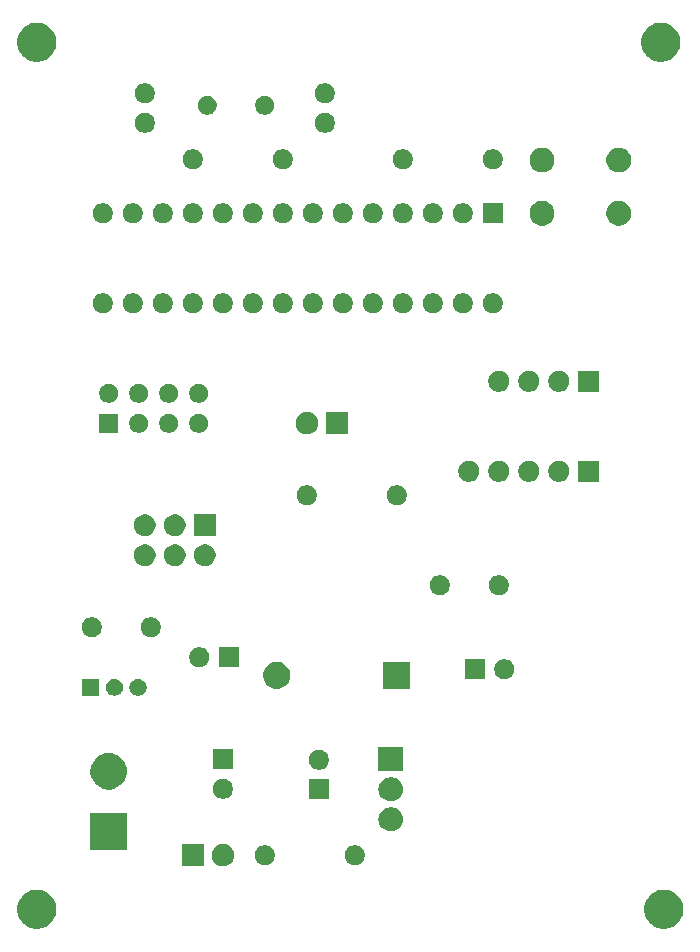
<source format=gbr>
G04 #@! TF.GenerationSoftware,KiCad,Pcbnew,(5.1.5)-3*
G04 #@! TF.CreationDate,2020-04-07T22:10:48+03:00*
G04 #@! TF.ProjectId,Nrf24 Based Car Controller,4e726632-3420-4426-9173-656420436172,v.1.0*
G04 #@! TF.SameCoordinates,Original*
G04 #@! TF.FileFunction,Soldermask,Top*
G04 #@! TF.FilePolarity,Negative*
%FSLAX46Y46*%
G04 Gerber Fmt 4.6, Leading zero omitted, Abs format (unit mm)*
G04 Created by KiCad (PCBNEW (5.1.5)-3) date 2020-04-07 22:10:48*
%MOMM*%
%LPD*%
G04 APERTURE LIST*
%ADD10C,0.100000*%
G04 APERTURE END LIST*
D10*
G36*
X158617256Y-92879298D02*
G01*
X158723579Y-92900447D01*
X159024042Y-93024903D01*
X159294451Y-93205585D01*
X159524415Y-93435549D01*
X159705097Y-93705958D01*
X159829553Y-94006421D01*
X159893000Y-94325391D01*
X159893000Y-94650609D01*
X159829553Y-94969579D01*
X159705097Y-95270042D01*
X159524415Y-95540451D01*
X159294451Y-95770415D01*
X159024042Y-95951097D01*
X158723579Y-96075553D01*
X158617256Y-96096702D01*
X158404611Y-96139000D01*
X158079389Y-96139000D01*
X157866744Y-96096702D01*
X157760421Y-96075553D01*
X157459958Y-95951097D01*
X157189549Y-95770415D01*
X156959585Y-95540451D01*
X156778903Y-95270042D01*
X156654447Y-94969579D01*
X156591000Y-94650609D01*
X156591000Y-94325391D01*
X156654447Y-94006421D01*
X156778903Y-93705958D01*
X156959585Y-93435549D01*
X157189549Y-93205585D01*
X157459958Y-93024903D01*
X157760421Y-92900447D01*
X157866744Y-92879298D01*
X158079389Y-92837000D01*
X158404611Y-92837000D01*
X158617256Y-92879298D01*
G37*
G36*
X105531256Y-92879298D02*
G01*
X105637579Y-92900447D01*
X105938042Y-93024903D01*
X106208451Y-93205585D01*
X106438415Y-93435549D01*
X106619097Y-93705958D01*
X106743553Y-94006421D01*
X106807000Y-94325391D01*
X106807000Y-94650609D01*
X106743553Y-94969579D01*
X106619097Y-95270042D01*
X106438415Y-95540451D01*
X106208451Y-95770415D01*
X105938042Y-95951097D01*
X105637579Y-96075553D01*
X105531256Y-96096702D01*
X105318611Y-96139000D01*
X104993389Y-96139000D01*
X104780744Y-96096702D01*
X104674421Y-96075553D01*
X104373958Y-95951097D01*
X104103549Y-95770415D01*
X103873585Y-95540451D01*
X103692903Y-95270042D01*
X103568447Y-94969579D01*
X103505000Y-94650609D01*
X103505000Y-94325391D01*
X103568447Y-94006421D01*
X103692903Y-93705958D01*
X103873585Y-93435549D01*
X104103549Y-93205585D01*
X104373958Y-93024903D01*
X104674421Y-92900447D01*
X104780744Y-92879298D01*
X104993389Y-92837000D01*
X105318611Y-92837000D01*
X105531256Y-92879298D01*
G37*
G36*
X121181395Y-89001546D02*
G01*
X121354466Y-89073234D01*
X121354467Y-89073235D01*
X121510227Y-89177310D01*
X121642690Y-89309773D01*
X121685284Y-89373520D01*
X121746766Y-89465534D01*
X121818454Y-89638605D01*
X121855000Y-89822333D01*
X121855000Y-90009667D01*
X121818454Y-90193395D01*
X121746766Y-90366466D01*
X121746765Y-90366467D01*
X121642690Y-90522227D01*
X121510227Y-90654690D01*
X121487092Y-90670148D01*
X121354466Y-90758766D01*
X121181395Y-90830454D01*
X120997667Y-90867000D01*
X120810333Y-90867000D01*
X120626605Y-90830454D01*
X120453534Y-90758766D01*
X120320908Y-90670148D01*
X120297773Y-90654690D01*
X120165310Y-90522227D01*
X120061235Y-90366467D01*
X120061234Y-90366466D01*
X119989546Y-90193395D01*
X119953000Y-90009667D01*
X119953000Y-89822333D01*
X119989546Y-89638605D01*
X120061234Y-89465534D01*
X120122716Y-89373520D01*
X120165310Y-89309773D01*
X120297773Y-89177310D01*
X120453533Y-89073235D01*
X120453534Y-89073234D01*
X120626605Y-89001546D01*
X120810333Y-88965000D01*
X120997667Y-88965000D01*
X121181395Y-89001546D01*
G37*
G36*
X119315000Y-90867000D02*
G01*
X117413000Y-90867000D01*
X117413000Y-88965000D01*
X119315000Y-88965000D01*
X119315000Y-90867000D01*
G37*
G36*
X124708228Y-89097703D02*
G01*
X124863100Y-89161853D01*
X125002481Y-89254985D01*
X125121015Y-89373519D01*
X125214147Y-89512900D01*
X125278297Y-89667772D01*
X125311000Y-89832184D01*
X125311000Y-89999816D01*
X125278297Y-90164228D01*
X125214147Y-90319100D01*
X125121015Y-90458481D01*
X125002481Y-90577015D01*
X124863100Y-90670147D01*
X124708228Y-90734297D01*
X124543816Y-90767000D01*
X124376184Y-90767000D01*
X124211772Y-90734297D01*
X124056900Y-90670147D01*
X123917519Y-90577015D01*
X123798985Y-90458481D01*
X123705853Y-90319100D01*
X123641703Y-90164228D01*
X123609000Y-89999816D01*
X123609000Y-89832184D01*
X123641703Y-89667772D01*
X123705853Y-89512900D01*
X123798985Y-89373519D01*
X123917519Y-89254985D01*
X124056900Y-89161853D01*
X124211772Y-89097703D01*
X124376184Y-89065000D01*
X124543816Y-89065000D01*
X124708228Y-89097703D01*
G37*
G36*
X132328228Y-89097703D02*
G01*
X132483100Y-89161853D01*
X132622481Y-89254985D01*
X132741015Y-89373519D01*
X132834147Y-89512900D01*
X132898297Y-89667772D01*
X132931000Y-89832184D01*
X132931000Y-89999816D01*
X132898297Y-90164228D01*
X132834147Y-90319100D01*
X132741015Y-90458481D01*
X132622481Y-90577015D01*
X132483100Y-90670147D01*
X132328228Y-90734297D01*
X132163816Y-90767000D01*
X131996184Y-90767000D01*
X131831772Y-90734297D01*
X131676900Y-90670147D01*
X131537519Y-90577015D01*
X131418985Y-90458481D01*
X131325853Y-90319100D01*
X131261703Y-90164228D01*
X131229000Y-89999816D01*
X131229000Y-89832184D01*
X131261703Y-89667772D01*
X131325853Y-89512900D01*
X131418985Y-89373519D01*
X131537519Y-89254985D01*
X131676900Y-89161853D01*
X131831772Y-89097703D01*
X131996184Y-89065000D01*
X132163816Y-89065000D01*
X132328228Y-89097703D01*
G37*
G36*
X112803000Y-89435000D02*
G01*
X109701000Y-89435000D01*
X109701000Y-86333000D01*
X112803000Y-86333000D01*
X112803000Y-89435000D01*
G37*
G36*
X135273936Y-85869340D02*
G01*
X135372220Y-85879020D01*
X135561381Y-85936401D01*
X135735712Y-86029583D01*
X135888515Y-86154985D01*
X136013917Y-86307788D01*
X136107099Y-86482119D01*
X136164480Y-86671280D01*
X136183855Y-86868000D01*
X136164480Y-87064720D01*
X136107099Y-87253881D01*
X136013917Y-87428212D01*
X135888515Y-87581015D01*
X135735712Y-87706417D01*
X135561381Y-87799599D01*
X135372220Y-87856980D01*
X135273936Y-87866660D01*
X135224795Y-87871500D01*
X135031205Y-87871500D01*
X134982064Y-87866660D01*
X134883780Y-87856980D01*
X134694619Y-87799599D01*
X134520288Y-87706417D01*
X134367485Y-87581015D01*
X134242083Y-87428212D01*
X134148901Y-87253881D01*
X134091520Y-87064720D01*
X134072145Y-86868000D01*
X134091520Y-86671280D01*
X134148901Y-86482119D01*
X134242083Y-86307788D01*
X134367485Y-86154985D01*
X134520288Y-86029583D01*
X134694619Y-85936401D01*
X134883780Y-85879020D01*
X134982064Y-85869340D01*
X135031205Y-85864500D01*
X135224795Y-85864500D01*
X135273936Y-85869340D01*
G37*
G36*
X135273936Y-83329340D02*
G01*
X135372220Y-83339020D01*
X135561381Y-83396401D01*
X135735712Y-83489583D01*
X135888515Y-83614985D01*
X136013917Y-83767788D01*
X136107099Y-83942119D01*
X136164480Y-84131280D01*
X136183855Y-84328000D01*
X136164480Y-84524720D01*
X136107099Y-84713881D01*
X136013917Y-84888212D01*
X135888515Y-85041015D01*
X135735712Y-85166417D01*
X135561381Y-85259599D01*
X135372220Y-85316980D01*
X135273936Y-85326660D01*
X135224795Y-85331500D01*
X135031205Y-85331500D01*
X134982064Y-85326660D01*
X134883780Y-85316980D01*
X134694619Y-85259599D01*
X134520288Y-85166417D01*
X134367485Y-85041015D01*
X134242083Y-84888212D01*
X134148901Y-84713881D01*
X134091520Y-84524720D01*
X134072145Y-84328000D01*
X134091520Y-84131280D01*
X134148901Y-83942119D01*
X134242083Y-83767788D01*
X134367485Y-83614985D01*
X134520288Y-83489583D01*
X134694619Y-83396401D01*
X134883780Y-83339020D01*
X134982064Y-83329340D01*
X135031205Y-83324500D01*
X135224795Y-83324500D01*
X135273936Y-83329340D01*
G37*
G36*
X129883000Y-85179000D02*
G01*
X128181000Y-85179000D01*
X128181000Y-83477000D01*
X129883000Y-83477000D01*
X129883000Y-85179000D01*
G37*
G36*
X121152228Y-83469703D02*
G01*
X121307100Y-83533853D01*
X121446481Y-83626985D01*
X121565015Y-83745519D01*
X121658147Y-83884900D01*
X121722297Y-84039772D01*
X121755000Y-84204184D01*
X121755000Y-84371816D01*
X121722297Y-84536228D01*
X121658147Y-84691100D01*
X121565015Y-84830481D01*
X121446481Y-84949015D01*
X121307100Y-85042147D01*
X121152228Y-85106297D01*
X120987816Y-85139000D01*
X120820184Y-85139000D01*
X120655772Y-85106297D01*
X120500900Y-85042147D01*
X120361519Y-84949015D01*
X120242985Y-84830481D01*
X120149853Y-84691100D01*
X120085703Y-84536228D01*
X120053000Y-84371816D01*
X120053000Y-84204184D01*
X120085703Y-84039772D01*
X120149853Y-83884900D01*
X120242985Y-83745519D01*
X120361519Y-83626985D01*
X120500900Y-83533853D01*
X120655772Y-83469703D01*
X120820184Y-83437000D01*
X120987816Y-83437000D01*
X121152228Y-83469703D01*
G37*
G36*
X111554585Y-81282802D02*
G01*
X111704410Y-81312604D01*
X111986674Y-81429521D01*
X112240705Y-81599259D01*
X112456741Y-81815295D01*
X112626479Y-82069326D01*
X112743396Y-82351590D01*
X112770731Y-82489015D01*
X112802017Y-82646295D01*
X112803000Y-82651240D01*
X112803000Y-82956760D01*
X112743396Y-83256410D01*
X112626479Y-83538674D01*
X112456741Y-83792705D01*
X112240705Y-84008741D01*
X111986674Y-84178479D01*
X111704410Y-84295396D01*
X111554585Y-84325198D01*
X111404761Y-84355000D01*
X111099239Y-84355000D01*
X110949415Y-84325198D01*
X110799590Y-84295396D01*
X110517326Y-84178479D01*
X110263295Y-84008741D01*
X110047259Y-83792705D01*
X109877521Y-83538674D01*
X109760604Y-83256410D01*
X109701000Y-82956760D01*
X109701000Y-82651240D01*
X109701984Y-82646295D01*
X109733269Y-82489015D01*
X109760604Y-82351590D01*
X109877521Y-82069326D01*
X110047259Y-81815295D01*
X110263295Y-81599259D01*
X110517326Y-81429521D01*
X110799590Y-81312604D01*
X110949415Y-81282802D01*
X111099239Y-81253000D01*
X111404761Y-81253000D01*
X111554585Y-81282802D01*
G37*
G36*
X136179000Y-82791500D02*
G01*
X134077000Y-82791500D01*
X134077000Y-80784500D01*
X136179000Y-80784500D01*
X136179000Y-82791500D01*
G37*
G36*
X129280228Y-81009703D02*
G01*
X129435100Y-81073853D01*
X129574481Y-81166985D01*
X129693015Y-81285519D01*
X129786147Y-81424900D01*
X129850297Y-81579772D01*
X129883000Y-81744184D01*
X129883000Y-81911816D01*
X129850297Y-82076228D01*
X129786147Y-82231100D01*
X129693015Y-82370481D01*
X129574481Y-82489015D01*
X129435100Y-82582147D01*
X129280228Y-82646297D01*
X129115816Y-82679000D01*
X128948184Y-82679000D01*
X128783772Y-82646297D01*
X128628900Y-82582147D01*
X128489519Y-82489015D01*
X128370985Y-82370481D01*
X128277853Y-82231100D01*
X128213703Y-82076228D01*
X128181000Y-81911816D01*
X128181000Y-81744184D01*
X128213703Y-81579772D01*
X128277853Y-81424900D01*
X128370985Y-81285519D01*
X128489519Y-81166985D01*
X128628900Y-81073853D01*
X128783772Y-81009703D01*
X128948184Y-80977000D01*
X129115816Y-80977000D01*
X129280228Y-81009703D01*
G37*
G36*
X121755000Y-82639000D02*
G01*
X120053000Y-82639000D01*
X120053000Y-80937000D01*
X121755000Y-80937000D01*
X121755000Y-82639000D01*
G37*
G36*
X113939766Y-74993899D02*
G01*
X114071888Y-75048626D01*
X114071890Y-75048627D01*
X114190798Y-75128079D01*
X114291921Y-75229202D01*
X114291922Y-75229204D01*
X114371374Y-75348112D01*
X114426101Y-75480234D01*
X114454000Y-75620494D01*
X114454000Y-75763506D01*
X114426101Y-75903766D01*
X114371374Y-76035888D01*
X114371373Y-76035890D01*
X114291921Y-76154798D01*
X114190798Y-76255921D01*
X114071890Y-76335373D01*
X114071889Y-76335374D01*
X114071888Y-76335374D01*
X113939766Y-76390101D01*
X113799506Y-76418000D01*
X113656494Y-76418000D01*
X113516234Y-76390101D01*
X113384112Y-76335374D01*
X113384111Y-76335374D01*
X113384110Y-76335373D01*
X113265202Y-76255921D01*
X113164079Y-76154798D01*
X113084627Y-76035890D01*
X113084626Y-76035888D01*
X113029899Y-75903766D01*
X113002000Y-75763506D01*
X113002000Y-75620494D01*
X113029899Y-75480234D01*
X113084626Y-75348112D01*
X113164078Y-75229204D01*
X113164079Y-75229202D01*
X113265202Y-75128079D01*
X113384110Y-75048627D01*
X113384112Y-75048626D01*
X113516234Y-74993899D01*
X113656494Y-74966000D01*
X113799506Y-74966000D01*
X113939766Y-74993899D01*
G37*
G36*
X111939766Y-74993899D02*
G01*
X112071888Y-75048626D01*
X112071890Y-75048627D01*
X112190798Y-75128079D01*
X112291921Y-75229202D01*
X112291922Y-75229204D01*
X112371374Y-75348112D01*
X112426101Y-75480234D01*
X112454000Y-75620494D01*
X112454000Y-75763506D01*
X112426101Y-75903766D01*
X112371374Y-76035888D01*
X112371373Y-76035890D01*
X112291921Y-76154798D01*
X112190798Y-76255921D01*
X112071890Y-76335373D01*
X112071889Y-76335374D01*
X112071888Y-76335374D01*
X111939766Y-76390101D01*
X111799506Y-76418000D01*
X111656494Y-76418000D01*
X111516234Y-76390101D01*
X111384112Y-76335374D01*
X111384111Y-76335374D01*
X111384110Y-76335373D01*
X111265202Y-76255921D01*
X111164079Y-76154798D01*
X111084627Y-76035890D01*
X111084626Y-76035888D01*
X111029899Y-75903766D01*
X111002000Y-75763506D01*
X111002000Y-75620494D01*
X111029899Y-75480234D01*
X111084626Y-75348112D01*
X111164078Y-75229204D01*
X111164079Y-75229202D01*
X111265202Y-75128079D01*
X111384110Y-75048627D01*
X111384112Y-75048626D01*
X111516234Y-74993899D01*
X111656494Y-74966000D01*
X111799506Y-74966000D01*
X111939766Y-74993899D01*
G37*
G36*
X110454000Y-76418000D02*
G01*
X109002000Y-76418000D01*
X109002000Y-74966000D01*
X110454000Y-74966000D01*
X110454000Y-76418000D01*
G37*
G36*
X125700549Y-73547116D02*
G01*
X125811734Y-73569232D01*
X126021203Y-73655997D01*
X126209720Y-73781960D01*
X126370040Y-73942280D01*
X126496003Y-74130797D01*
X126582768Y-74340266D01*
X126627000Y-74562636D01*
X126627000Y-74789364D01*
X126582768Y-75011734D01*
X126496003Y-75221203D01*
X126370040Y-75409720D01*
X126209720Y-75570040D01*
X126021203Y-75696003D01*
X125811734Y-75782768D01*
X125700549Y-75804884D01*
X125589365Y-75827000D01*
X125362635Y-75827000D01*
X125251451Y-75804884D01*
X125140266Y-75782768D01*
X124930797Y-75696003D01*
X124742280Y-75570040D01*
X124581960Y-75409720D01*
X124455997Y-75221203D01*
X124369232Y-75011734D01*
X124325000Y-74789364D01*
X124325000Y-74562636D01*
X124369232Y-74340266D01*
X124455997Y-74130797D01*
X124581960Y-73942280D01*
X124742280Y-73781960D01*
X124930797Y-73655997D01*
X125140266Y-73569232D01*
X125251451Y-73547116D01*
X125362635Y-73525000D01*
X125589365Y-73525000D01*
X125700549Y-73547116D01*
G37*
G36*
X136787000Y-75827000D02*
G01*
X134485000Y-75827000D01*
X134485000Y-73525000D01*
X136787000Y-73525000D01*
X136787000Y-75827000D01*
G37*
G36*
X144988228Y-73349703D02*
G01*
X145143100Y-73413853D01*
X145282481Y-73506985D01*
X145401015Y-73625519D01*
X145494147Y-73764900D01*
X145558297Y-73919772D01*
X145591000Y-74084184D01*
X145591000Y-74251816D01*
X145558297Y-74416228D01*
X145494147Y-74571100D01*
X145401015Y-74710481D01*
X145282481Y-74829015D01*
X145143100Y-74922147D01*
X144988228Y-74986297D01*
X144823816Y-75019000D01*
X144656184Y-75019000D01*
X144491772Y-74986297D01*
X144336900Y-74922147D01*
X144197519Y-74829015D01*
X144078985Y-74710481D01*
X143985853Y-74571100D01*
X143921703Y-74416228D01*
X143889000Y-74251816D01*
X143889000Y-74084184D01*
X143921703Y-73919772D01*
X143985853Y-73764900D01*
X144078985Y-73625519D01*
X144197519Y-73506985D01*
X144336900Y-73413853D01*
X144491772Y-73349703D01*
X144656184Y-73317000D01*
X144823816Y-73317000D01*
X144988228Y-73349703D01*
G37*
G36*
X143091000Y-75019000D02*
G01*
X141389000Y-75019000D01*
X141389000Y-73317000D01*
X143091000Y-73317000D01*
X143091000Y-75019000D01*
G37*
G36*
X119160228Y-72333703D02*
G01*
X119315100Y-72397853D01*
X119454481Y-72490985D01*
X119573015Y-72609519D01*
X119666147Y-72748900D01*
X119730297Y-72903772D01*
X119763000Y-73068184D01*
X119763000Y-73235816D01*
X119730297Y-73400228D01*
X119666147Y-73555100D01*
X119573015Y-73694481D01*
X119454481Y-73813015D01*
X119315100Y-73906147D01*
X119160228Y-73970297D01*
X118995816Y-74003000D01*
X118828184Y-74003000D01*
X118663772Y-73970297D01*
X118508900Y-73906147D01*
X118369519Y-73813015D01*
X118250985Y-73694481D01*
X118157853Y-73555100D01*
X118093703Y-73400228D01*
X118061000Y-73235816D01*
X118061000Y-73068184D01*
X118093703Y-72903772D01*
X118157853Y-72748900D01*
X118250985Y-72609519D01*
X118369519Y-72490985D01*
X118508900Y-72397853D01*
X118663772Y-72333703D01*
X118828184Y-72301000D01*
X118995816Y-72301000D01*
X119160228Y-72333703D01*
G37*
G36*
X122263000Y-74003000D02*
G01*
X120561000Y-74003000D01*
X120561000Y-72301000D01*
X122263000Y-72301000D01*
X122263000Y-74003000D01*
G37*
G36*
X110056228Y-69793703D02*
G01*
X110211100Y-69857853D01*
X110350481Y-69950985D01*
X110469015Y-70069519D01*
X110562147Y-70208900D01*
X110626297Y-70363772D01*
X110659000Y-70528184D01*
X110659000Y-70695816D01*
X110626297Y-70860228D01*
X110562147Y-71015100D01*
X110469015Y-71154481D01*
X110350481Y-71273015D01*
X110211100Y-71366147D01*
X110056228Y-71430297D01*
X109891816Y-71463000D01*
X109724184Y-71463000D01*
X109559772Y-71430297D01*
X109404900Y-71366147D01*
X109265519Y-71273015D01*
X109146985Y-71154481D01*
X109053853Y-71015100D01*
X108989703Y-70860228D01*
X108957000Y-70695816D01*
X108957000Y-70528184D01*
X108989703Y-70363772D01*
X109053853Y-70208900D01*
X109146985Y-70069519D01*
X109265519Y-69950985D01*
X109404900Y-69857853D01*
X109559772Y-69793703D01*
X109724184Y-69761000D01*
X109891816Y-69761000D01*
X110056228Y-69793703D01*
G37*
G36*
X115056228Y-69793703D02*
G01*
X115211100Y-69857853D01*
X115350481Y-69950985D01*
X115469015Y-70069519D01*
X115562147Y-70208900D01*
X115626297Y-70363772D01*
X115659000Y-70528184D01*
X115659000Y-70695816D01*
X115626297Y-70860228D01*
X115562147Y-71015100D01*
X115469015Y-71154481D01*
X115350481Y-71273015D01*
X115211100Y-71366147D01*
X115056228Y-71430297D01*
X114891816Y-71463000D01*
X114724184Y-71463000D01*
X114559772Y-71430297D01*
X114404900Y-71366147D01*
X114265519Y-71273015D01*
X114146985Y-71154481D01*
X114053853Y-71015100D01*
X113989703Y-70860228D01*
X113957000Y-70695816D01*
X113957000Y-70528184D01*
X113989703Y-70363772D01*
X114053853Y-70208900D01*
X114146985Y-70069519D01*
X114265519Y-69950985D01*
X114404900Y-69857853D01*
X114559772Y-69793703D01*
X114724184Y-69761000D01*
X114891816Y-69761000D01*
X115056228Y-69793703D01*
G37*
G36*
X144520228Y-66237703D02*
G01*
X144675100Y-66301853D01*
X144814481Y-66394985D01*
X144933015Y-66513519D01*
X145026147Y-66652900D01*
X145090297Y-66807772D01*
X145123000Y-66972184D01*
X145123000Y-67139816D01*
X145090297Y-67304228D01*
X145026147Y-67459100D01*
X144933015Y-67598481D01*
X144814481Y-67717015D01*
X144675100Y-67810147D01*
X144520228Y-67874297D01*
X144355816Y-67907000D01*
X144188184Y-67907000D01*
X144023772Y-67874297D01*
X143868900Y-67810147D01*
X143729519Y-67717015D01*
X143610985Y-67598481D01*
X143517853Y-67459100D01*
X143453703Y-67304228D01*
X143421000Y-67139816D01*
X143421000Y-66972184D01*
X143453703Y-66807772D01*
X143517853Y-66652900D01*
X143610985Y-66513519D01*
X143729519Y-66394985D01*
X143868900Y-66301853D01*
X144023772Y-66237703D01*
X144188184Y-66205000D01*
X144355816Y-66205000D01*
X144520228Y-66237703D01*
G37*
G36*
X139520228Y-66237703D02*
G01*
X139675100Y-66301853D01*
X139814481Y-66394985D01*
X139933015Y-66513519D01*
X140026147Y-66652900D01*
X140090297Y-66807772D01*
X140123000Y-66972184D01*
X140123000Y-67139816D01*
X140090297Y-67304228D01*
X140026147Y-67459100D01*
X139933015Y-67598481D01*
X139814481Y-67717015D01*
X139675100Y-67810147D01*
X139520228Y-67874297D01*
X139355816Y-67907000D01*
X139188184Y-67907000D01*
X139023772Y-67874297D01*
X138868900Y-67810147D01*
X138729519Y-67717015D01*
X138610985Y-67598481D01*
X138517853Y-67459100D01*
X138453703Y-67304228D01*
X138421000Y-67139816D01*
X138421000Y-66972184D01*
X138453703Y-66807772D01*
X138517853Y-66652900D01*
X138610985Y-66513519D01*
X138729519Y-66394985D01*
X138868900Y-66301853D01*
X139023772Y-66237703D01*
X139188184Y-66205000D01*
X139355816Y-66205000D01*
X139520228Y-66237703D01*
G37*
G36*
X119646778Y-63636547D02*
G01*
X119813224Y-63705491D01*
X119963022Y-63805583D01*
X120090417Y-63932978D01*
X120190509Y-64082776D01*
X120259453Y-64249222D01*
X120294600Y-64425918D01*
X120294600Y-64606082D01*
X120259453Y-64782778D01*
X120190509Y-64949224D01*
X120090417Y-65099022D01*
X119963022Y-65226417D01*
X119813224Y-65326509D01*
X119646778Y-65395453D01*
X119470082Y-65430600D01*
X119289918Y-65430600D01*
X119113222Y-65395453D01*
X118946776Y-65326509D01*
X118796978Y-65226417D01*
X118669583Y-65099022D01*
X118569491Y-64949224D01*
X118500547Y-64782778D01*
X118465400Y-64606082D01*
X118465400Y-64425918D01*
X118500547Y-64249222D01*
X118569491Y-64082776D01*
X118669583Y-63932978D01*
X118796978Y-63805583D01*
X118946776Y-63705491D01*
X119113222Y-63636547D01*
X119289918Y-63601400D01*
X119470082Y-63601400D01*
X119646778Y-63636547D01*
G37*
G36*
X117106778Y-63636547D02*
G01*
X117273224Y-63705491D01*
X117423022Y-63805583D01*
X117550417Y-63932978D01*
X117650509Y-64082776D01*
X117719453Y-64249222D01*
X117754600Y-64425918D01*
X117754600Y-64606082D01*
X117719453Y-64782778D01*
X117650509Y-64949224D01*
X117550417Y-65099022D01*
X117423022Y-65226417D01*
X117273224Y-65326509D01*
X117106778Y-65395453D01*
X116930082Y-65430600D01*
X116749918Y-65430600D01*
X116573222Y-65395453D01*
X116406776Y-65326509D01*
X116256978Y-65226417D01*
X116129583Y-65099022D01*
X116029491Y-64949224D01*
X115960547Y-64782778D01*
X115925400Y-64606082D01*
X115925400Y-64425918D01*
X115960547Y-64249222D01*
X116029491Y-64082776D01*
X116129583Y-63932978D01*
X116256978Y-63805583D01*
X116406776Y-63705491D01*
X116573222Y-63636547D01*
X116749918Y-63601400D01*
X116930082Y-63601400D01*
X117106778Y-63636547D01*
G37*
G36*
X114566778Y-63636547D02*
G01*
X114733224Y-63705491D01*
X114883022Y-63805583D01*
X115010417Y-63932978D01*
X115110509Y-64082776D01*
X115179453Y-64249222D01*
X115214600Y-64425918D01*
X115214600Y-64606082D01*
X115179453Y-64782778D01*
X115110509Y-64949224D01*
X115010417Y-65099022D01*
X114883022Y-65226417D01*
X114733224Y-65326509D01*
X114566778Y-65395453D01*
X114390082Y-65430600D01*
X114209918Y-65430600D01*
X114033222Y-65395453D01*
X113866776Y-65326509D01*
X113716978Y-65226417D01*
X113589583Y-65099022D01*
X113489491Y-64949224D01*
X113420547Y-64782778D01*
X113385400Y-64606082D01*
X113385400Y-64425918D01*
X113420547Y-64249222D01*
X113489491Y-64082776D01*
X113589583Y-63932978D01*
X113716978Y-63805583D01*
X113866776Y-63705491D01*
X114033222Y-63636547D01*
X114209918Y-63601400D01*
X114390082Y-63601400D01*
X114566778Y-63636547D01*
G37*
G36*
X117106778Y-61096547D02*
G01*
X117273224Y-61165491D01*
X117423022Y-61265583D01*
X117550417Y-61392978D01*
X117650509Y-61542776D01*
X117719453Y-61709222D01*
X117754600Y-61885918D01*
X117754600Y-62066082D01*
X117719453Y-62242778D01*
X117650509Y-62409224D01*
X117550417Y-62559022D01*
X117423022Y-62686417D01*
X117273224Y-62786509D01*
X117106778Y-62855453D01*
X116930082Y-62890600D01*
X116749918Y-62890600D01*
X116573222Y-62855453D01*
X116406776Y-62786509D01*
X116256978Y-62686417D01*
X116129583Y-62559022D01*
X116029491Y-62409224D01*
X115960547Y-62242778D01*
X115925400Y-62066082D01*
X115925400Y-61885918D01*
X115960547Y-61709222D01*
X116029491Y-61542776D01*
X116129583Y-61392978D01*
X116256978Y-61265583D01*
X116406776Y-61165491D01*
X116573222Y-61096547D01*
X116749918Y-61061400D01*
X116930082Y-61061400D01*
X117106778Y-61096547D01*
G37*
G36*
X120294600Y-62890600D02*
G01*
X118465400Y-62890600D01*
X118465400Y-61061400D01*
X120294600Y-61061400D01*
X120294600Y-62890600D01*
G37*
G36*
X114566778Y-61096547D02*
G01*
X114733224Y-61165491D01*
X114883022Y-61265583D01*
X115010417Y-61392978D01*
X115110509Y-61542776D01*
X115179453Y-61709222D01*
X115214600Y-61885918D01*
X115214600Y-62066082D01*
X115179453Y-62242778D01*
X115110509Y-62409224D01*
X115010417Y-62559022D01*
X114883022Y-62686417D01*
X114733224Y-62786509D01*
X114566778Y-62855453D01*
X114390082Y-62890600D01*
X114209918Y-62890600D01*
X114033222Y-62855453D01*
X113866776Y-62786509D01*
X113716978Y-62686417D01*
X113589583Y-62559022D01*
X113489491Y-62409224D01*
X113420547Y-62242778D01*
X113385400Y-62066082D01*
X113385400Y-61885918D01*
X113420547Y-61709222D01*
X113489491Y-61542776D01*
X113589583Y-61392978D01*
X113716978Y-61265583D01*
X113866776Y-61165491D01*
X114033222Y-61096547D01*
X114209918Y-61061400D01*
X114390082Y-61061400D01*
X114566778Y-61096547D01*
G37*
G36*
X128264228Y-58617703D02*
G01*
X128419100Y-58681853D01*
X128558481Y-58774985D01*
X128677015Y-58893519D01*
X128770147Y-59032900D01*
X128834297Y-59187772D01*
X128867000Y-59352184D01*
X128867000Y-59519816D01*
X128834297Y-59684228D01*
X128770147Y-59839100D01*
X128677015Y-59978481D01*
X128558481Y-60097015D01*
X128419100Y-60190147D01*
X128264228Y-60254297D01*
X128099816Y-60287000D01*
X127932184Y-60287000D01*
X127767772Y-60254297D01*
X127612900Y-60190147D01*
X127473519Y-60097015D01*
X127354985Y-59978481D01*
X127261853Y-59839100D01*
X127197703Y-59684228D01*
X127165000Y-59519816D01*
X127165000Y-59352184D01*
X127197703Y-59187772D01*
X127261853Y-59032900D01*
X127354985Y-58893519D01*
X127473519Y-58774985D01*
X127612900Y-58681853D01*
X127767772Y-58617703D01*
X127932184Y-58585000D01*
X128099816Y-58585000D01*
X128264228Y-58617703D01*
G37*
G36*
X135884228Y-58617703D02*
G01*
X136039100Y-58681853D01*
X136178481Y-58774985D01*
X136297015Y-58893519D01*
X136390147Y-59032900D01*
X136454297Y-59187772D01*
X136487000Y-59352184D01*
X136487000Y-59519816D01*
X136454297Y-59684228D01*
X136390147Y-59839100D01*
X136297015Y-59978481D01*
X136178481Y-60097015D01*
X136039100Y-60190147D01*
X135884228Y-60254297D01*
X135719816Y-60287000D01*
X135552184Y-60287000D01*
X135387772Y-60254297D01*
X135232900Y-60190147D01*
X135093519Y-60097015D01*
X134974985Y-59978481D01*
X134881853Y-59839100D01*
X134817703Y-59684228D01*
X134785000Y-59519816D01*
X134785000Y-59352184D01*
X134817703Y-59187772D01*
X134881853Y-59032900D01*
X134974985Y-58893519D01*
X135093519Y-58774985D01*
X135232900Y-58681853D01*
X135387772Y-58617703D01*
X135552184Y-58585000D01*
X135719816Y-58585000D01*
X135884228Y-58617703D01*
G37*
G36*
X144385512Y-56507927D02*
G01*
X144534812Y-56537624D01*
X144698784Y-56605544D01*
X144846354Y-56704147D01*
X144971853Y-56829646D01*
X145070456Y-56977216D01*
X145138376Y-57141188D01*
X145173000Y-57315259D01*
X145173000Y-57492741D01*
X145138376Y-57666812D01*
X145070456Y-57830784D01*
X144971853Y-57978354D01*
X144846354Y-58103853D01*
X144698784Y-58202456D01*
X144534812Y-58270376D01*
X144385512Y-58300073D01*
X144360742Y-58305000D01*
X144183258Y-58305000D01*
X144158488Y-58300073D01*
X144009188Y-58270376D01*
X143845216Y-58202456D01*
X143697646Y-58103853D01*
X143572147Y-57978354D01*
X143473544Y-57830784D01*
X143405624Y-57666812D01*
X143371000Y-57492741D01*
X143371000Y-57315259D01*
X143405624Y-57141188D01*
X143473544Y-56977216D01*
X143572147Y-56829646D01*
X143697646Y-56704147D01*
X143845216Y-56605544D01*
X144009188Y-56537624D01*
X144158488Y-56507927D01*
X144183258Y-56503000D01*
X144360742Y-56503000D01*
X144385512Y-56507927D01*
G37*
G36*
X149465512Y-56507927D02*
G01*
X149614812Y-56537624D01*
X149778784Y-56605544D01*
X149926354Y-56704147D01*
X150051853Y-56829646D01*
X150150456Y-56977216D01*
X150218376Y-57141188D01*
X150253000Y-57315259D01*
X150253000Y-57492741D01*
X150218376Y-57666812D01*
X150150456Y-57830784D01*
X150051853Y-57978354D01*
X149926354Y-58103853D01*
X149778784Y-58202456D01*
X149614812Y-58270376D01*
X149465512Y-58300073D01*
X149440742Y-58305000D01*
X149263258Y-58305000D01*
X149238488Y-58300073D01*
X149089188Y-58270376D01*
X148925216Y-58202456D01*
X148777646Y-58103853D01*
X148652147Y-57978354D01*
X148553544Y-57830784D01*
X148485624Y-57666812D01*
X148451000Y-57492741D01*
X148451000Y-57315259D01*
X148485624Y-57141188D01*
X148553544Y-56977216D01*
X148652147Y-56829646D01*
X148777646Y-56704147D01*
X148925216Y-56605544D01*
X149089188Y-56537624D01*
X149238488Y-56507927D01*
X149263258Y-56503000D01*
X149440742Y-56503000D01*
X149465512Y-56507927D01*
G37*
G36*
X152793000Y-58305000D02*
G01*
X150991000Y-58305000D01*
X150991000Y-56503000D01*
X152793000Y-56503000D01*
X152793000Y-58305000D01*
G37*
G36*
X146925512Y-56507927D02*
G01*
X147074812Y-56537624D01*
X147238784Y-56605544D01*
X147386354Y-56704147D01*
X147511853Y-56829646D01*
X147610456Y-56977216D01*
X147678376Y-57141188D01*
X147713000Y-57315259D01*
X147713000Y-57492741D01*
X147678376Y-57666812D01*
X147610456Y-57830784D01*
X147511853Y-57978354D01*
X147386354Y-58103853D01*
X147238784Y-58202456D01*
X147074812Y-58270376D01*
X146925512Y-58300073D01*
X146900742Y-58305000D01*
X146723258Y-58305000D01*
X146698488Y-58300073D01*
X146549188Y-58270376D01*
X146385216Y-58202456D01*
X146237646Y-58103853D01*
X146112147Y-57978354D01*
X146013544Y-57830784D01*
X145945624Y-57666812D01*
X145911000Y-57492741D01*
X145911000Y-57315259D01*
X145945624Y-57141188D01*
X146013544Y-56977216D01*
X146112147Y-56829646D01*
X146237646Y-56704147D01*
X146385216Y-56605544D01*
X146549188Y-56537624D01*
X146698488Y-56507927D01*
X146723258Y-56503000D01*
X146900742Y-56503000D01*
X146925512Y-56507927D01*
G37*
G36*
X141845512Y-56507927D02*
G01*
X141994812Y-56537624D01*
X142158784Y-56605544D01*
X142306354Y-56704147D01*
X142431853Y-56829646D01*
X142530456Y-56977216D01*
X142598376Y-57141188D01*
X142633000Y-57315259D01*
X142633000Y-57492741D01*
X142598376Y-57666812D01*
X142530456Y-57830784D01*
X142431853Y-57978354D01*
X142306354Y-58103853D01*
X142158784Y-58202456D01*
X141994812Y-58270376D01*
X141845512Y-58300073D01*
X141820742Y-58305000D01*
X141643258Y-58305000D01*
X141618488Y-58300073D01*
X141469188Y-58270376D01*
X141305216Y-58202456D01*
X141157646Y-58103853D01*
X141032147Y-57978354D01*
X140933544Y-57830784D01*
X140865624Y-57666812D01*
X140831000Y-57492741D01*
X140831000Y-57315259D01*
X140865624Y-57141188D01*
X140933544Y-56977216D01*
X141032147Y-56829646D01*
X141157646Y-56704147D01*
X141305216Y-56605544D01*
X141469188Y-56537624D01*
X141618488Y-56507927D01*
X141643258Y-56503000D01*
X141820742Y-56503000D01*
X141845512Y-56507927D01*
G37*
G36*
X128293395Y-52425546D02*
G01*
X128466466Y-52497234D01*
X128466467Y-52497235D01*
X128622227Y-52601310D01*
X128754690Y-52733773D01*
X128754691Y-52733775D01*
X128858766Y-52889534D01*
X128930454Y-53062605D01*
X128967000Y-53246333D01*
X128967000Y-53433667D01*
X128930454Y-53617395D01*
X128858766Y-53790466D01*
X128858765Y-53790467D01*
X128754690Y-53946227D01*
X128622227Y-54078690D01*
X128557772Y-54121757D01*
X128466466Y-54182766D01*
X128293395Y-54254454D01*
X128109667Y-54291000D01*
X127922333Y-54291000D01*
X127738605Y-54254454D01*
X127565534Y-54182766D01*
X127474228Y-54121757D01*
X127409773Y-54078690D01*
X127277310Y-53946227D01*
X127173235Y-53790467D01*
X127173234Y-53790466D01*
X127101546Y-53617395D01*
X127065000Y-53433667D01*
X127065000Y-53246333D01*
X127101546Y-53062605D01*
X127173234Y-52889534D01*
X127277309Y-52733775D01*
X127277310Y-52733773D01*
X127409773Y-52601310D01*
X127565533Y-52497235D01*
X127565534Y-52497234D01*
X127738605Y-52425546D01*
X127922333Y-52389000D01*
X128109667Y-52389000D01*
X128293395Y-52425546D01*
G37*
G36*
X131507000Y-54291000D02*
G01*
X129605000Y-54291000D01*
X129605000Y-52389000D01*
X131507000Y-52389000D01*
X131507000Y-54291000D01*
G37*
G36*
X119109142Y-52558242D02*
G01*
X119257101Y-52619529D01*
X119390255Y-52708499D01*
X119503501Y-52821745D01*
X119592471Y-52954899D01*
X119653758Y-53102858D01*
X119685000Y-53259925D01*
X119685000Y-53420075D01*
X119653758Y-53577142D01*
X119592471Y-53725101D01*
X119503501Y-53858255D01*
X119390255Y-53971501D01*
X119257101Y-54060471D01*
X119109142Y-54121758D01*
X118952075Y-54153000D01*
X118791925Y-54153000D01*
X118634858Y-54121758D01*
X118486899Y-54060471D01*
X118353745Y-53971501D01*
X118240499Y-53858255D01*
X118151529Y-53725101D01*
X118090242Y-53577142D01*
X118059000Y-53420075D01*
X118059000Y-53259925D01*
X118090242Y-53102858D01*
X118151529Y-52954899D01*
X118240499Y-52821745D01*
X118353745Y-52708499D01*
X118486899Y-52619529D01*
X118634858Y-52558242D01*
X118791925Y-52527000D01*
X118952075Y-52527000D01*
X119109142Y-52558242D01*
G37*
G36*
X112065000Y-54153000D02*
G01*
X110439000Y-54153000D01*
X110439000Y-52527000D01*
X112065000Y-52527000D01*
X112065000Y-54153000D01*
G37*
G36*
X116569142Y-52558242D02*
G01*
X116717101Y-52619529D01*
X116850255Y-52708499D01*
X116963501Y-52821745D01*
X117052471Y-52954899D01*
X117113758Y-53102858D01*
X117145000Y-53259925D01*
X117145000Y-53420075D01*
X117113758Y-53577142D01*
X117052471Y-53725101D01*
X116963501Y-53858255D01*
X116850255Y-53971501D01*
X116717101Y-54060471D01*
X116569142Y-54121758D01*
X116412075Y-54153000D01*
X116251925Y-54153000D01*
X116094858Y-54121758D01*
X115946899Y-54060471D01*
X115813745Y-53971501D01*
X115700499Y-53858255D01*
X115611529Y-53725101D01*
X115550242Y-53577142D01*
X115519000Y-53420075D01*
X115519000Y-53259925D01*
X115550242Y-53102858D01*
X115611529Y-52954899D01*
X115700499Y-52821745D01*
X115813745Y-52708499D01*
X115946899Y-52619529D01*
X116094858Y-52558242D01*
X116251925Y-52527000D01*
X116412075Y-52527000D01*
X116569142Y-52558242D01*
G37*
G36*
X114029142Y-52558242D02*
G01*
X114177101Y-52619529D01*
X114310255Y-52708499D01*
X114423501Y-52821745D01*
X114512471Y-52954899D01*
X114573758Y-53102858D01*
X114605000Y-53259925D01*
X114605000Y-53420075D01*
X114573758Y-53577142D01*
X114512471Y-53725101D01*
X114423501Y-53858255D01*
X114310255Y-53971501D01*
X114177101Y-54060471D01*
X114029142Y-54121758D01*
X113872075Y-54153000D01*
X113711925Y-54153000D01*
X113554858Y-54121758D01*
X113406899Y-54060471D01*
X113273745Y-53971501D01*
X113160499Y-53858255D01*
X113071529Y-53725101D01*
X113010242Y-53577142D01*
X112979000Y-53420075D01*
X112979000Y-53259925D01*
X113010242Y-53102858D01*
X113071529Y-52954899D01*
X113160499Y-52821745D01*
X113273745Y-52708499D01*
X113406899Y-52619529D01*
X113554858Y-52558242D01*
X113711925Y-52527000D01*
X113872075Y-52527000D01*
X114029142Y-52558242D01*
G37*
G36*
X119109142Y-50018242D02*
G01*
X119257101Y-50079529D01*
X119390255Y-50168499D01*
X119503501Y-50281745D01*
X119592471Y-50414899D01*
X119653758Y-50562858D01*
X119685000Y-50719925D01*
X119685000Y-50880075D01*
X119653758Y-51037142D01*
X119592471Y-51185101D01*
X119503501Y-51318255D01*
X119390255Y-51431501D01*
X119257101Y-51520471D01*
X119109142Y-51581758D01*
X118952075Y-51613000D01*
X118791925Y-51613000D01*
X118634858Y-51581758D01*
X118486899Y-51520471D01*
X118353745Y-51431501D01*
X118240499Y-51318255D01*
X118151529Y-51185101D01*
X118090242Y-51037142D01*
X118059000Y-50880075D01*
X118059000Y-50719925D01*
X118090242Y-50562858D01*
X118151529Y-50414899D01*
X118240499Y-50281745D01*
X118353745Y-50168499D01*
X118486899Y-50079529D01*
X118634858Y-50018242D01*
X118791925Y-49987000D01*
X118952075Y-49987000D01*
X119109142Y-50018242D01*
G37*
G36*
X116569142Y-50018242D02*
G01*
X116717101Y-50079529D01*
X116850255Y-50168499D01*
X116963501Y-50281745D01*
X117052471Y-50414899D01*
X117113758Y-50562858D01*
X117145000Y-50719925D01*
X117145000Y-50880075D01*
X117113758Y-51037142D01*
X117052471Y-51185101D01*
X116963501Y-51318255D01*
X116850255Y-51431501D01*
X116717101Y-51520471D01*
X116569142Y-51581758D01*
X116412075Y-51613000D01*
X116251925Y-51613000D01*
X116094858Y-51581758D01*
X115946899Y-51520471D01*
X115813745Y-51431501D01*
X115700499Y-51318255D01*
X115611529Y-51185101D01*
X115550242Y-51037142D01*
X115519000Y-50880075D01*
X115519000Y-50719925D01*
X115550242Y-50562858D01*
X115611529Y-50414899D01*
X115700499Y-50281745D01*
X115813745Y-50168499D01*
X115946899Y-50079529D01*
X116094858Y-50018242D01*
X116251925Y-49987000D01*
X116412075Y-49987000D01*
X116569142Y-50018242D01*
G37*
G36*
X111489142Y-50018242D02*
G01*
X111637101Y-50079529D01*
X111770255Y-50168499D01*
X111883501Y-50281745D01*
X111972471Y-50414899D01*
X112033758Y-50562858D01*
X112065000Y-50719925D01*
X112065000Y-50880075D01*
X112033758Y-51037142D01*
X111972471Y-51185101D01*
X111883501Y-51318255D01*
X111770255Y-51431501D01*
X111637101Y-51520471D01*
X111489142Y-51581758D01*
X111332075Y-51613000D01*
X111171925Y-51613000D01*
X111014858Y-51581758D01*
X110866899Y-51520471D01*
X110733745Y-51431501D01*
X110620499Y-51318255D01*
X110531529Y-51185101D01*
X110470242Y-51037142D01*
X110439000Y-50880075D01*
X110439000Y-50719925D01*
X110470242Y-50562858D01*
X110531529Y-50414899D01*
X110620499Y-50281745D01*
X110733745Y-50168499D01*
X110866899Y-50079529D01*
X111014858Y-50018242D01*
X111171925Y-49987000D01*
X111332075Y-49987000D01*
X111489142Y-50018242D01*
G37*
G36*
X114029142Y-50018242D02*
G01*
X114177101Y-50079529D01*
X114310255Y-50168499D01*
X114423501Y-50281745D01*
X114512471Y-50414899D01*
X114573758Y-50562858D01*
X114605000Y-50719925D01*
X114605000Y-50880075D01*
X114573758Y-51037142D01*
X114512471Y-51185101D01*
X114423501Y-51318255D01*
X114310255Y-51431501D01*
X114177101Y-51520471D01*
X114029142Y-51581758D01*
X113872075Y-51613000D01*
X113711925Y-51613000D01*
X113554858Y-51581758D01*
X113406899Y-51520471D01*
X113273745Y-51431501D01*
X113160499Y-51318255D01*
X113071529Y-51185101D01*
X113010242Y-51037142D01*
X112979000Y-50880075D01*
X112979000Y-50719925D01*
X113010242Y-50562858D01*
X113071529Y-50414899D01*
X113160499Y-50281745D01*
X113273745Y-50168499D01*
X113406899Y-50079529D01*
X113554858Y-50018242D01*
X113711925Y-49987000D01*
X113872075Y-49987000D01*
X114029142Y-50018242D01*
G37*
G36*
X152793000Y-50685000D02*
G01*
X150991000Y-50685000D01*
X150991000Y-48883000D01*
X152793000Y-48883000D01*
X152793000Y-50685000D01*
G37*
G36*
X149465512Y-48887927D02*
G01*
X149614812Y-48917624D01*
X149778784Y-48985544D01*
X149926354Y-49084147D01*
X150051853Y-49209646D01*
X150150456Y-49357216D01*
X150218376Y-49521188D01*
X150253000Y-49695259D01*
X150253000Y-49872741D01*
X150218376Y-50046812D01*
X150150456Y-50210784D01*
X150051853Y-50358354D01*
X149926354Y-50483853D01*
X149778784Y-50582456D01*
X149614812Y-50650376D01*
X149465512Y-50680073D01*
X149440742Y-50685000D01*
X149263258Y-50685000D01*
X149238488Y-50680073D01*
X149089188Y-50650376D01*
X148925216Y-50582456D01*
X148777646Y-50483853D01*
X148652147Y-50358354D01*
X148553544Y-50210784D01*
X148485624Y-50046812D01*
X148451000Y-49872741D01*
X148451000Y-49695259D01*
X148485624Y-49521188D01*
X148553544Y-49357216D01*
X148652147Y-49209646D01*
X148777646Y-49084147D01*
X148925216Y-48985544D01*
X149089188Y-48917624D01*
X149238488Y-48887927D01*
X149263258Y-48883000D01*
X149440742Y-48883000D01*
X149465512Y-48887927D01*
G37*
G36*
X146925512Y-48887927D02*
G01*
X147074812Y-48917624D01*
X147238784Y-48985544D01*
X147386354Y-49084147D01*
X147511853Y-49209646D01*
X147610456Y-49357216D01*
X147678376Y-49521188D01*
X147713000Y-49695259D01*
X147713000Y-49872741D01*
X147678376Y-50046812D01*
X147610456Y-50210784D01*
X147511853Y-50358354D01*
X147386354Y-50483853D01*
X147238784Y-50582456D01*
X147074812Y-50650376D01*
X146925512Y-50680073D01*
X146900742Y-50685000D01*
X146723258Y-50685000D01*
X146698488Y-50680073D01*
X146549188Y-50650376D01*
X146385216Y-50582456D01*
X146237646Y-50483853D01*
X146112147Y-50358354D01*
X146013544Y-50210784D01*
X145945624Y-50046812D01*
X145911000Y-49872741D01*
X145911000Y-49695259D01*
X145945624Y-49521188D01*
X146013544Y-49357216D01*
X146112147Y-49209646D01*
X146237646Y-49084147D01*
X146385216Y-48985544D01*
X146549188Y-48917624D01*
X146698488Y-48887927D01*
X146723258Y-48883000D01*
X146900742Y-48883000D01*
X146925512Y-48887927D01*
G37*
G36*
X144385512Y-48887927D02*
G01*
X144534812Y-48917624D01*
X144698784Y-48985544D01*
X144846354Y-49084147D01*
X144971853Y-49209646D01*
X145070456Y-49357216D01*
X145138376Y-49521188D01*
X145173000Y-49695259D01*
X145173000Y-49872741D01*
X145138376Y-50046812D01*
X145070456Y-50210784D01*
X144971853Y-50358354D01*
X144846354Y-50483853D01*
X144698784Y-50582456D01*
X144534812Y-50650376D01*
X144385512Y-50680073D01*
X144360742Y-50685000D01*
X144183258Y-50685000D01*
X144158488Y-50680073D01*
X144009188Y-50650376D01*
X143845216Y-50582456D01*
X143697646Y-50483853D01*
X143572147Y-50358354D01*
X143473544Y-50210784D01*
X143405624Y-50046812D01*
X143371000Y-49872741D01*
X143371000Y-49695259D01*
X143405624Y-49521188D01*
X143473544Y-49357216D01*
X143572147Y-49209646D01*
X143697646Y-49084147D01*
X143845216Y-48985544D01*
X144009188Y-48917624D01*
X144158488Y-48887927D01*
X144183258Y-48883000D01*
X144360742Y-48883000D01*
X144385512Y-48887927D01*
G37*
G36*
X113532228Y-42361703D02*
G01*
X113687100Y-42425853D01*
X113826481Y-42518985D01*
X113945015Y-42637519D01*
X114038147Y-42776900D01*
X114102297Y-42931772D01*
X114135000Y-43096184D01*
X114135000Y-43263816D01*
X114102297Y-43428228D01*
X114038147Y-43583100D01*
X113945015Y-43722481D01*
X113826481Y-43841015D01*
X113687100Y-43934147D01*
X113532228Y-43998297D01*
X113367816Y-44031000D01*
X113200184Y-44031000D01*
X113035772Y-43998297D01*
X112880900Y-43934147D01*
X112741519Y-43841015D01*
X112622985Y-43722481D01*
X112529853Y-43583100D01*
X112465703Y-43428228D01*
X112433000Y-43263816D01*
X112433000Y-43096184D01*
X112465703Y-42931772D01*
X112529853Y-42776900D01*
X112622985Y-42637519D01*
X112741519Y-42518985D01*
X112880900Y-42425853D01*
X113035772Y-42361703D01*
X113200184Y-42329000D01*
X113367816Y-42329000D01*
X113532228Y-42361703D01*
G37*
G36*
X136392228Y-42361703D02*
G01*
X136547100Y-42425853D01*
X136686481Y-42518985D01*
X136805015Y-42637519D01*
X136898147Y-42776900D01*
X136962297Y-42931772D01*
X136995000Y-43096184D01*
X136995000Y-43263816D01*
X136962297Y-43428228D01*
X136898147Y-43583100D01*
X136805015Y-43722481D01*
X136686481Y-43841015D01*
X136547100Y-43934147D01*
X136392228Y-43998297D01*
X136227816Y-44031000D01*
X136060184Y-44031000D01*
X135895772Y-43998297D01*
X135740900Y-43934147D01*
X135601519Y-43841015D01*
X135482985Y-43722481D01*
X135389853Y-43583100D01*
X135325703Y-43428228D01*
X135293000Y-43263816D01*
X135293000Y-43096184D01*
X135325703Y-42931772D01*
X135389853Y-42776900D01*
X135482985Y-42637519D01*
X135601519Y-42518985D01*
X135740900Y-42425853D01*
X135895772Y-42361703D01*
X136060184Y-42329000D01*
X136227816Y-42329000D01*
X136392228Y-42361703D01*
G37*
G36*
X133852228Y-42361703D02*
G01*
X134007100Y-42425853D01*
X134146481Y-42518985D01*
X134265015Y-42637519D01*
X134358147Y-42776900D01*
X134422297Y-42931772D01*
X134455000Y-43096184D01*
X134455000Y-43263816D01*
X134422297Y-43428228D01*
X134358147Y-43583100D01*
X134265015Y-43722481D01*
X134146481Y-43841015D01*
X134007100Y-43934147D01*
X133852228Y-43998297D01*
X133687816Y-44031000D01*
X133520184Y-44031000D01*
X133355772Y-43998297D01*
X133200900Y-43934147D01*
X133061519Y-43841015D01*
X132942985Y-43722481D01*
X132849853Y-43583100D01*
X132785703Y-43428228D01*
X132753000Y-43263816D01*
X132753000Y-43096184D01*
X132785703Y-42931772D01*
X132849853Y-42776900D01*
X132942985Y-42637519D01*
X133061519Y-42518985D01*
X133200900Y-42425853D01*
X133355772Y-42361703D01*
X133520184Y-42329000D01*
X133687816Y-42329000D01*
X133852228Y-42361703D01*
G37*
G36*
X131312228Y-42361703D02*
G01*
X131467100Y-42425853D01*
X131606481Y-42518985D01*
X131725015Y-42637519D01*
X131818147Y-42776900D01*
X131882297Y-42931772D01*
X131915000Y-43096184D01*
X131915000Y-43263816D01*
X131882297Y-43428228D01*
X131818147Y-43583100D01*
X131725015Y-43722481D01*
X131606481Y-43841015D01*
X131467100Y-43934147D01*
X131312228Y-43998297D01*
X131147816Y-44031000D01*
X130980184Y-44031000D01*
X130815772Y-43998297D01*
X130660900Y-43934147D01*
X130521519Y-43841015D01*
X130402985Y-43722481D01*
X130309853Y-43583100D01*
X130245703Y-43428228D01*
X130213000Y-43263816D01*
X130213000Y-43096184D01*
X130245703Y-42931772D01*
X130309853Y-42776900D01*
X130402985Y-42637519D01*
X130521519Y-42518985D01*
X130660900Y-42425853D01*
X130815772Y-42361703D01*
X130980184Y-42329000D01*
X131147816Y-42329000D01*
X131312228Y-42361703D01*
G37*
G36*
X138932228Y-42361703D02*
G01*
X139087100Y-42425853D01*
X139226481Y-42518985D01*
X139345015Y-42637519D01*
X139438147Y-42776900D01*
X139502297Y-42931772D01*
X139535000Y-43096184D01*
X139535000Y-43263816D01*
X139502297Y-43428228D01*
X139438147Y-43583100D01*
X139345015Y-43722481D01*
X139226481Y-43841015D01*
X139087100Y-43934147D01*
X138932228Y-43998297D01*
X138767816Y-44031000D01*
X138600184Y-44031000D01*
X138435772Y-43998297D01*
X138280900Y-43934147D01*
X138141519Y-43841015D01*
X138022985Y-43722481D01*
X137929853Y-43583100D01*
X137865703Y-43428228D01*
X137833000Y-43263816D01*
X137833000Y-43096184D01*
X137865703Y-42931772D01*
X137929853Y-42776900D01*
X138022985Y-42637519D01*
X138141519Y-42518985D01*
X138280900Y-42425853D01*
X138435772Y-42361703D01*
X138600184Y-42329000D01*
X138767816Y-42329000D01*
X138932228Y-42361703D01*
G37*
G36*
X110992228Y-42361703D02*
G01*
X111147100Y-42425853D01*
X111286481Y-42518985D01*
X111405015Y-42637519D01*
X111498147Y-42776900D01*
X111562297Y-42931772D01*
X111595000Y-43096184D01*
X111595000Y-43263816D01*
X111562297Y-43428228D01*
X111498147Y-43583100D01*
X111405015Y-43722481D01*
X111286481Y-43841015D01*
X111147100Y-43934147D01*
X110992228Y-43998297D01*
X110827816Y-44031000D01*
X110660184Y-44031000D01*
X110495772Y-43998297D01*
X110340900Y-43934147D01*
X110201519Y-43841015D01*
X110082985Y-43722481D01*
X109989853Y-43583100D01*
X109925703Y-43428228D01*
X109893000Y-43263816D01*
X109893000Y-43096184D01*
X109925703Y-42931772D01*
X109989853Y-42776900D01*
X110082985Y-42637519D01*
X110201519Y-42518985D01*
X110340900Y-42425853D01*
X110495772Y-42361703D01*
X110660184Y-42329000D01*
X110827816Y-42329000D01*
X110992228Y-42361703D01*
G37*
G36*
X116072228Y-42361703D02*
G01*
X116227100Y-42425853D01*
X116366481Y-42518985D01*
X116485015Y-42637519D01*
X116578147Y-42776900D01*
X116642297Y-42931772D01*
X116675000Y-43096184D01*
X116675000Y-43263816D01*
X116642297Y-43428228D01*
X116578147Y-43583100D01*
X116485015Y-43722481D01*
X116366481Y-43841015D01*
X116227100Y-43934147D01*
X116072228Y-43998297D01*
X115907816Y-44031000D01*
X115740184Y-44031000D01*
X115575772Y-43998297D01*
X115420900Y-43934147D01*
X115281519Y-43841015D01*
X115162985Y-43722481D01*
X115069853Y-43583100D01*
X115005703Y-43428228D01*
X114973000Y-43263816D01*
X114973000Y-43096184D01*
X115005703Y-42931772D01*
X115069853Y-42776900D01*
X115162985Y-42637519D01*
X115281519Y-42518985D01*
X115420900Y-42425853D01*
X115575772Y-42361703D01*
X115740184Y-42329000D01*
X115907816Y-42329000D01*
X116072228Y-42361703D01*
G37*
G36*
X118612228Y-42361703D02*
G01*
X118767100Y-42425853D01*
X118906481Y-42518985D01*
X119025015Y-42637519D01*
X119118147Y-42776900D01*
X119182297Y-42931772D01*
X119215000Y-43096184D01*
X119215000Y-43263816D01*
X119182297Y-43428228D01*
X119118147Y-43583100D01*
X119025015Y-43722481D01*
X118906481Y-43841015D01*
X118767100Y-43934147D01*
X118612228Y-43998297D01*
X118447816Y-44031000D01*
X118280184Y-44031000D01*
X118115772Y-43998297D01*
X117960900Y-43934147D01*
X117821519Y-43841015D01*
X117702985Y-43722481D01*
X117609853Y-43583100D01*
X117545703Y-43428228D01*
X117513000Y-43263816D01*
X117513000Y-43096184D01*
X117545703Y-42931772D01*
X117609853Y-42776900D01*
X117702985Y-42637519D01*
X117821519Y-42518985D01*
X117960900Y-42425853D01*
X118115772Y-42361703D01*
X118280184Y-42329000D01*
X118447816Y-42329000D01*
X118612228Y-42361703D01*
G37*
G36*
X123692228Y-42361703D02*
G01*
X123847100Y-42425853D01*
X123986481Y-42518985D01*
X124105015Y-42637519D01*
X124198147Y-42776900D01*
X124262297Y-42931772D01*
X124295000Y-43096184D01*
X124295000Y-43263816D01*
X124262297Y-43428228D01*
X124198147Y-43583100D01*
X124105015Y-43722481D01*
X123986481Y-43841015D01*
X123847100Y-43934147D01*
X123692228Y-43998297D01*
X123527816Y-44031000D01*
X123360184Y-44031000D01*
X123195772Y-43998297D01*
X123040900Y-43934147D01*
X122901519Y-43841015D01*
X122782985Y-43722481D01*
X122689853Y-43583100D01*
X122625703Y-43428228D01*
X122593000Y-43263816D01*
X122593000Y-43096184D01*
X122625703Y-42931772D01*
X122689853Y-42776900D01*
X122782985Y-42637519D01*
X122901519Y-42518985D01*
X123040900Y-42425853D01*
X123195772Y-42361703D01*
X123360184Y-42329000D01*
X123527816Y-42329000D01*
X123692228Y-42361703D01*
G37*
G36*
X126232228Y-42361703D02*
G01*
X126387100Y-42425853D01*
X126526481Y-42518985D01*
X126645015Y-42637519D01*
X126738147Y-42776900D01*
X126802297Y-42931772D01*
X126835000Y-43096184D01*
X126835000Y-43263816D01*
X126802297Y-43428228D01*
X126738147Y-43583100D01*
X126645015Y-43722481D01*
X126526481Y-43841015D01*
X126387100Y-43934147D01*
X126232228Y-43998297D01*
X126067816Y-44031000D01*
X125900184Y-44031000D01*
X125735772Y-43998297D01*
X125580900Y-43934147D01*
X125441519Y-43841015D01*
X125322985Y-43722481D01*
X125229853Y-43583100D01*
X125165703Y-43428228D01*
X125133000Y-43263816D01*
X125133000Y-43096184D01*
X125165703Y-42931772D01*
X125229853Y-42776900D01*
X125322985Y-42637519D01*
X125441519Y-42518985D01*
X125580900Y-42425853D01*
X125735772Y-42361703D01*
X125900184Y-42329000D01*
X126067816Y-42329000D01*
X126232228Y-42361703D01*
G37*
G36*
X128772228Y-42361703D02*
G01*
X128927100Y-42425853D01*
X129066481Y-42518985D01*
X129185015Y-42637519D01*
X129278147Y-42776900D01*
X129342297Y-42931772D01*
X129375000Y-43096184D01*
X129375000Y-43263816D01*
X129342297Y-43428228D01*
X129278147Y-43583100D01*
X129185015Y-43722481D01*
X129066481Y-43841015D01*
X128927100Y-43934147D01*
X128772228Y-43998297D01*
X128607816Y-44031000D01*
X128440184Y-44031000D01*
X128275772Y-43998297D01*
X128120900Y-43934147D01*
X127981519Y-43841015D01*
X127862985Y-43722481D01*
X127769853Y-43583100D01*
X127705703Y-43428228D01*
X127673000Y-43263816D01*
X127673000Y-43096184D01*
X127705703Y-42931772D01*
X127769853Y-42776900D01*
X127862985Y-42637519D01*
X127981519Y-42518985D01*
X128120900Y-42425853D01*
X128275772Y-42361703D01*
X128440184Y-42329000D01*
X128607816Y-42329000D01*
X128772228Y-42361703D01*
G37*
G36*
X144012228Y-42361703D02*
G01*
X144167100Y-42425853D01*
X144306481Y-42518985D01*
X144425015Y-42637519D01*
X144518147Y-42776900D01*
X144582297Y-42931772D01*
X144615000Y-43096184D01*
X144615000Y-43263816D01*
X144582297Y-43428228D01*
X144518147Y-43583100D01*
X144425015Y-43722481D01*
X144306481Y-43841015D01*
X144167100Y-43934147D01*
X144012228Y-43998297D01*
X143847816Y-44031000D01*
X143680184Y-44031000D01*
X143515772Y-43998297D01*
X143360900Y-43934147D01*
X143221519Y-43841015D01*
X143102985Y-43722481D01*
X143009853Y-43583100D01*
X142945703Y-43428228D01*
X142913000Y-43263816D01*
X142913000Y-43096184D01*
X142945703Y-42931772D01*
X143009853Y-42776900D01*
X143102985Y-42637519D01*
X143221519Y-42518985D01*
X143360900Y-42425853D01*
X143515772Y-42361703D01*
X143680184Y-42329000D01*
X143847816Y-42329000D01*
X144012228Y-42361703D01*
G37*
G36*
X121152228Y-42361703D02*
G01*
X121307100Y-42425853D01*
X121446481Y-42518985D01*
X121565015Y-42637519D01*
X121658147Y-42776900D01*
X121722297Y-42931772D01*
X121755000Y-43096184D01*
X121755000Y-43263816D01*
X121722297Y-43428228D01*
X121658147Y-43583100D01*
X121565015Y-43722481D01*
X121446481Y-43841015D01*
X121307100Y-43934147D01*
X121152228Y-43998297D01*
X120987816Y-44031000D01*
X120820184Y-44031000D01*
X120655772Y-43998297D01*
X120500900Y-43934147D01*
X120361519Y-43841015D01*
X120242985Y-43722481D01*
X120149853Y-43583100D01*
X120085703Y-43428228D01*
X120053000Y-43263816D01*
X120053000Y-43096184D01*
X120085703Y-42931772D01*
X120149853Y-42776900D01*
X120242985Y-42637519D01*
X120361519Y-42518985D01*
X120500900Y-42425853D01*
X120655772Y-42361703D01*
X120820184Y-42329000D01*
X120987816Y-42329000D01*
X121152228Y-42361703D01*
G37*
G36*
X141472228Y-42361703D02*
G01*
X141627100Y-42425853D01*
X141766481Y-42518985D01*
X141885015Y-42637519D01*
X141978147Y-42776900D01*
X142042297Y-42931772D01*
X142075000Y-43096184D01*
X142075000Y-43263816D01*
X142042297Y-43428228D01*
X141978147Y-43583100D01*
X141885015Y-43722481D01*
X141766481Y-43841015D01*
X141627100Y-43934147D01*
X141472228Y-43998297D01*
X141307816Y-44031000D01*
X141140184Y-44031000D01*
X140975772Y-43998297D01*
X140820900Y-43934147D01*
X140681519Y-43841015D01*
X140562985Y-43722481D01*
X140469853Y-43583100D01*
X140405703Y-43428228D01*
X140373000Y-43263816D01*
X140373000Y-43096184D01*
X140405703Y-42931772D01*
X140469853Y-42776900D01*
X140562985Y-42637519D01*
X140681519Y-42518985D01*
X140820900Y-42425853D01*
X140975772Y-42361703D01*
X141140184Y-42329000D01*
X141307816Y-42329000D01*
X141472228Y-42361703D01*
G37*
G36*
X154738564Y-34549389D02*
G01*
X154929833Y-34628615D01*
X154929835Y-34628616D01*
X155050138Y-34709000D01*
X155101973Y-34743635D01*
X155248365Y-34890027D01*
X155363385Y-35062167D01*
X155442611Y-35253436D01*
X155483000Y-35456484D01*
X155483000Y-35663516D01*
X155442611Y-35866564D01*
X155363385Y-36057833D01*
X155363384Y-36057835D01*
X155248365Y-36229973D01*
X155101973Y-36376365D01*
X154929835Y-36491384D01*
X154929834Y-36491385D01*
X154929833Y-36491385D01*
X154738564Y-36570611D01*
X154535516Y-36611000D01*
X154328484Y-36611000D01*
X154125436Y-36570611D01*
X153934167Y-36491385D01*
X153934166Y-36491385D01*
X153934165Y-36491384D01*
X153762027Y-36376365D01*
X153615635Y-36229973D01*
X153500616Y-36057835D01*
X153500615Y-36057833D01*
X153421389Y-35866564D01*
X153381000Y-35663516D01*
X153381000Y-35456484D01*
X153421389Y-35253436D01*
X153500615Y-35062167D01*
X153615635Y-34890027D01*
X153762027Y-34743635D01*
X153813862Y-34709000D01*
X153934165Y-34628616D01*
X153934167Y-34628615D01*
X154125436Y-34549389D01*
X154328484Y-34509000D01*
X154535516Y-34509000D01*
X154738564Y-34549389D01*
G37*
G36*
X148238564Y-34549389D02*
G01*
X148429833Y-34628615D01*
X148429835Y-34628616D01*
X148550138Y-34709000D01*
X148601973Y-34743635D01*
X148748365Y-34890027D01*
X148863385Y-35062167D01*
X148942611Y-35253436D01*
X148983000Y-35456484D01*
X148983000Y-35663516D01*
X148942611Y-35866564D01*
X148863385Y-36057833D01*
X148863384Y-36057835D01*
X148748365Y-36229973D01*
X148601973Y-36376365D01*
X148429835Y-36491384D01*
X148429834Y-36491385D01*
X148429833Y-36491385D01*
X148238564Y-36570611D01*
X148035516Y-36611000D01*
X147828484Y-36611000D01*
X147625436Y-36570611D01*
X147434167Y-36491385D01*
X147434166Y-36491385D01*
X147434165Y-36491384D01*
X147262027Y-36376365D01*
X147115635Y-36229973D01*
X147000616Y-36057835D01*
X147000615Y-36057833D01*
X146921389Y-35866564D01*
X146881000Y-35663516D01*
X146881000Y-35456484D01*
X146921389Y-35253436D01*
X147000615Y-35062167D01*
X147115635Y-34890027D01*
X147262027Y-34743635D01*
X147313862Y-34709000D01*
X147434165Y-34628616D01*
X147434167Y-34628615D01*
X147625436Y-34549389D01*
X147828484Y-34509000D01*
X148035516Y-34509000D01*
X148238564Y-34549389D01*
G37*
G36*
X136392228Y-34741703D02*
G01*
X136547100Y-34805853D01*
X136686481Y-34898985D01*
X136805015Y-35017519D01*
X136898147Y-35156900D01*
X136962297Y-35311772D01*
X136995000Y-35476184D01*
X136995000Y-35643816D01*
X136962297Y-35808228D01*
X136898147Y-35963100D01*
X136805015Y-36102481D01*
X136686481Y-36221015D01*
X136547100Y-36314147D01*
X136392228Y-36378297D01*
X136227816Y-36411000D01*
X136060184Y-36411000D01*
X135895772Y-36378297D01*
X135740900Y-36314147D01*
X135601519Y-36221015D01*
X135482985Y-36102481D01*
X135389853Y-35963100D01*
X135325703Y-35808228D01*
X135293000Y-35643816D01*
X135293000Y-35476184D01*
X135325703Y-35311772D01*
X135389853Y-35156900D01*
X135482985Y-35017519D01*
X135601519Y-34898985D01*
X135740900Y-34805853D01*
X135895772Y-34741703D01*
X136060184Y-34709000D01*
X136227816Y-34709000D01*
X136392228Y-34741703D01*
G37*
G36*
X144615000Y-36411000D02*
G01*
X142913000Y-36411000D01*
X142913000Y-34709000D01*
X144615000Y-34709000D01*
X144615000Y-36411000D01*
G37*
G36*
X110992228Y-34741703D02*
G01*
X111147100Y-34805853D01*
X111286481Y-34898985D01*
X111405015Y-35017519D01*
X111498147Y-35156900D01*
X111562297Y-35311772D01*
X111595000Y-35476184D01*
X111595000Y-35643816D01*
X111562297Y-35808228D01*
X111498147Y-35963100D01*
X111405015Y-36102481D01*
X111286481Y-36221015D01*
X111147100Y-36314147D01*
X110992228Y-36378297D01*
X110827816Y-36411000D01*
X110660184Y-36411000D01*
X110495772Y-36378297D01*
X110340900Y-36314147D01*
X110201519Y-36221015D01*
X110082985Y-36102481D01*
X109989853Y-35963100D01*
X109925703Y-35808228D01*
X109893000Y-35643816D01*
X109893000Y-35476184D01*
X109925703Y-35311772D01*
X109989853Y-35156900D01*
X110082985Y-35017519D01*
X110201519Y-34898985D01*
X110340900Y-34805853D01*
X110495772Y-34741703D01*
X110660184Y-34709000D01*
X110827816Y-34709000D01*
X110992228Y-34741703D01*
G37*
G36*
X113532228Y-34741703D02*
G01*
X113687100Y-34805853D01*
X113826481Y-34898985D01*
X113945015Y-35017519D01*
X114038147Y-35156900D01*
X114102297Y-35311772D01*
X114135000Y-35476184D01*
X114135000Y-35643816D01*
X114102297Y-35808228D01*
X114038147Y-35963100D01*
X113945015Y-36102481D01*
X113826481Y-36221015D01*
X113687100Y-36314147D01*
X113532228Y-36378297D01*
X113367816Y-36411000D01*
X113200184Y-36411000D01*
X113035772Y-36378297D01*
X112880900Y-36314147D01*
X112741519Y-36221015D01*
X112622985Y-36102481D01*
X112529853Y-35963100D01*
X112465703Y-35808228D01*
X112433000Y-35643816D01*
X112433000Y-35476184D01*
X112465703Y-35311772D01*
X112529853Y-35156900D01*
X112622985Y-35017519D01*
X112741519Y-34898985D01*
X112880900Y-34805853D01*
X113035772Y-34741703D01*
X113200184Y-34709000D01*
X113367816Y-34709000D01*
X113532228Y-34741703D01*
G37*
G36*
X116072228Y-34741703D02*
G01*
X116227100Y-34805853D01*
X116366481Y-34898985D01*
X116485015Y-35017519D01*
X116578147Y-35156900D01*
X116642297Y-35311772D01*
X116675000Y-35476184D01*
X116675000Y-35643816D01*
X116642297Y-35808228D01*
X116578147Y-35963100D01*
X116485015Y-36102481D01*
X116366481Y-36221015D01*
X116227100Y-36314147D01*
X116072228Y-36378297D01*
X115907816Y-36411000D01*
X115740184Y-36411000D01*
X115575772Y-36378297D01*
X115420900Y-36314147D01*
X115281519Y-36221015D01*
X115162985Y-36102481D01*
X115069853Y-35963100D01*
X115005703Y-35808228D01*
X114973000Y-35643816D01*
X114973000Y-35476184D01*
X115005703Y-35311772D01*
X115069853Y-35156900D01*
X115162985Y-35017519D01*
X115281519Y-34898985D01*
X115420900Y-34805853D01*
X115575772Y-34741703D01*
X115740184Y-34709000D01*
X115907816Y-34709000D01*
X116072228Y-34741703D01*
G37*
G36*
X118612228Y-34741703D02*
G01*
X118767100Y-34805853D01*
X118906481Y-34898985D01*
X119025015Y-35017519D01*
X119118147Y-35156900D01*
X119182297Y-35311772D01*
X119215000Y-35476184D01*
X119215000Y-35643816D01*
X119182297Y-35808228D01*
X119118147Y-35963100D01*
X119025015Y-36102481D01*
X118906481Y-36221015D01*
X118767100Y-36314147D01*
X118612228Y-36378297D01*
X118447816Y-36411000D01*
X118280184Y-36411000D01*
X118115772Y-36378297D01*
X117960900Y-36314147D01*
X117821519Y-36221015D01*
X117702985Y-36102481D01*
X117609853Y-35963100D01*
X117545703Y-35808228D01*
X117513000Y-35643816D01*
X117513000Y-35476184D01*
X117545703Y-35311772D01*
X117609853Y-35156900D01*
X117702985Y-35017519D01*
X117821519Y-34898985D01*
X117960900Y-34805853D01*
X118115772Y-34741703D01*
X118280184Y-34709000D01*
X118447816Y-34709000D01*
X118612228Y-34741703D01*
G37*
G36*
X121152228Y-34741703D02*
G01*
X121307100Y-34805853D01*
X121446481Y-34898985D01*
X121565015Y-35017519D01*
X121658147Y-35156900D01*
X121722297Y-35311772D01*
X121755000Y-35476184D01*
X121755000Y-35643816D01*
X121722297Y-35808228D01*
X121658147Y-35963100D01*
X121565015Y-36102481D01*
X121446481Y-36221015D01*
X121307100Y-36314147D01*
X121152228Y-36378297D01*
X120987816Y-36411000D01*
X120820184Y-36411000D01*
X120655772Y-36378297D01*
X120500900Y-36314147D01*
X120361519Y-36221015D01*
X120242985Y-36102481D01*
X120149853Y-35963100D01*
X120085703Y-35808228D01*
X120053000Y-35643816D01*
X120053000Y-35476184D01*
X120085703Y-35311772D01*
X120149853Y-35156900D01*
X120242985Y-35017519D01*
X120361519Y-34898985D01*
X120500900Y-34805853D01*
X120655772Y-34741703D01*
X120820184Y-34709000D01*
X120987816Y-34709000D01*
X121152228Y-34741703D01*
G37*
G36*
X128772228Y-34741703D02*
G01*
X128927100Y-34805853D01*
X129066481Y-34898985D01*
X129185015Y-35017519D01*
X129278147Y-35156900D01*
X129342297Y-35311772D01*
X129375000Y-35476184D01*
X129375000Y-35643816D01*
X129342297Y-35808228D01*
X129278147Y-35963100D01*
X129185015Y-36102481D01*
X129066481Y-36221015D01*
X128927100Y-36314147D01*
X128772228Y-36378297D01*
X128607816Y-36411000D01*
X128440184Y-36411000D01*
X128275772Y-36378297D01*
X128120900Y-36314147D01*
X127981519Y-36221015D01*
X127862985Y-36102481D01*
X127769853Y-35963100D01*
X127705703Y-35808228D01*
X127673000Y-35643816D01*
X127673000Y-35476184D01*
X127705703Y-35311772D01*
X127769853Y-35156900D01*
X127862985Y-35017519D01*
X127981519Y-34898985D01*
X128120900Y-34805853D01*
X128275772Y-34741703D01*
X128440184Y-34709000D01*
X128607816Y-34709000D01*
X128772228Y-34741703D01*
G37*
G36*
X131312228Y-34741703D02*
G01*
X131467100Y-34805853D01*
X131606481Y-34898985D01*
X131725015Y-35017519D01*
X131818147Y-35156900D01*
X131882297Y-35311772D01*
X131915000Y-35476184D01*
X131915000Y-35643816D01*
X131882297Y-35808228D01*
X131818147Y-35963100D01*
X131725015Y-36102481D01*
X131606481Y-36221015D01*
X131467100Y-36314147D01*
X131312228Y-36378297D01*
X131147816Y-36411000D01*
X130980184Y-36411000D01*
X130815772Y-36378297D01*
X130660900Y-36314147D01*
X130521519Y-36221015D01*
X130402985Y-36102481D01*
X130309853Y-35963100D01*
X130245703Y-35808228D01*
X130213000Y-35643816D01*
X130213000Y-35476184D01*
X130245703Y-35311772D01*
X130309853Y-35156900D01*
X130402985Y-35017519D01*
X130521519Y-34898985D01*
X130660900Y-34805853D01*
X130815772Y-34741703D01*
X130980184Y-34709000D01*
X131147816Y-34709000D01*
X131312228Y-34741703D01*
G37*
G36*
X133852228Y-34741703D02*
G01*
X134007100Y-34805853D01*
X134146481Y-34898985D01*
X134265015Y-35017519D01*
X134358147Y-35156900D01*
X134422297Y-35311772D01*
X134455000Y-35476184D01*
X134455000Y-35643816D01*
X134422297Y-35808228D01*
X134358147Y-35963100D01*
X134265015Y-36102481D01*
X134146481Y-36221015D01*
X134007100Y-36314147D01*
X133852228Y-36378297D01*
X133687816Y-36411000D01*
X133520184Y-36411000D01*
X133355772Y-36378297D01*
X133200900Y-36314147D01*
X133061519Y-36221015D01*
X132942985Y-36102481D01*
X132849853Y-35963100D01*
X132785703Y-35808228D01*
X132753000Y-35643816D01*
X132753000Y-35476184D01*
X132785703Y-35311772D01*
X132849853Y-35156900D01*
X132942985Y-35017519D01*
X133061519Y-34898985D01*
X133200900Y-34805853D01*
X133355772Y-34741703D01*
X133520184Y-34709000D01*
X133687816Y-34709000D01*
X133852228Y-34741703D01*
G37*
G36*
X138932228Y-34741703D02*
G01*
X139087100Y-34805853D01*
X139226481Y-34898985D01*
X139345015Y-35017519D01*
X139438147Y-35156900D01*
X139502297Y-35311772D01*
X139535000Y-35476184D01*
X139535000Y-35643816D01*
X139502297Y-35808228D01*
X139438147Y-35963100D01*
X139345015Y-36102481D01*
X139226481Y-36221015D01*
X139087100Y-36314147D01*
X138932228Y-36378297D01*
X138767816Y-36411000D01*
X138600184Y-36411000D01*
X138435772Y-36378297D01*
X138280900Y-36314147D01*
X138141519Y-36221015D01*
X138022985Y-36102481D01*
X137929853Y-35963100D01*
X137865703Y-35808228D01*
X137833000Y-35643816D01*
X137833000Y-35476184D01*
X137865703Y-35311772D01*
X137929853Y-35156900D01*
X138022985Y-35017519D01*
X138141519Y-34898985D01*
X138280900Y-34805853D01*
X138435772Y-34741703D01*
X138600184Y-34709000D01*
X138767816Y-34709000D01*
X138932228Y-34741703D01*
G37*
G36*
X141472228Y-34741703D02*
G01*
X141627100Y-34805853D01*
X141766481Y-34898985D01*
X141885015Y-35017519D01*
X141978147Y-35156900D01*
X142042297Y-35311772D01*
X142075000Y-35476184D01*
X142075000Y-35643816D01*
X142042297Y-35808228D01*
X141978147Y-35963100D01*
X141885015Y-36102481D01*
X141766481Y-36221015D01*
X141627100Y-36314147D01*
X141472228Y-36378297D01*
X141307816Y-36411000D01*
X141140184Y-36411000D01*
X140975772Y-36378297D01*
X140820900Y-36314147D01*
X140681519Y-36221015D01*
X140562985Y-36102481D01*
X140469853Y-35963100D01*
X140405703Y-35808228D01*
X140373000Y-35643816D01*
X140373000Y-35476184D01*
X140405703Y-35311772D01*
X140469853Y-35156900D01*
X140562985Y-35017519D01*
X140681519Y-34898985D01*
X140820900Y-34805853D01*
X140975772Y-34741703D01*
X141140184Y-34709000D01*
X141307816Y-34709000D01*
X141472228Y-34741703D01*
G37*
G36*
X126232228Y-34741703D02*
G01*
X126387100Y-34805853D01*
X126526481Y-34898985D01*
X126645015Y-35017519D01*
X126738147Y-35156900D01*
X126802297Y-35311772D01*
X126835000Y-35476184D01*
X126835000Y-35643816D01*
X126802297Y-35808228D01*
X126738147Y-35963100D01*
X126645015Y-36102481D01*
X126526481Y-36221015D01*
X126387100Y-36314147D01*
X126232228Y-36378297D01*
X126067816Y-36411000D01*
X125900184Y-36411000D01*
X125735772Y-36378297D01*
X125580900Y-36314147D01*
X125441519Y-36221015D01*
X125322985Y-36102481D01*
X125229853Y-35963100D01*
X125165703Y-35808228D01*
X125133000Y-35643816D01*
X125133000Y-35476184D01*
X125165703Y-35311772D01*
X125229853Y-35156900D01*
X125322985Y-35017519D01*
X125441519Y-34898985D01*
X125580900Y-34805853D01*
X125735772Y-34741703D01*
X125900184Y-34709000D01*
X126067816Y-34709000D01*
X126232228Y-34741703D01*
G37*
G36*
X123692228Y-34741703D02*
G01*
X123847100Y-34805853D01*
X123986481Y-34898985D01*
X124105015Y-35017519D01*
X124198147Y-35156900D01*
X124262297Y-35311772D01*
X124295000Y-35476184D01*
X124295000Y-35643816D01*
X124262297Y-35808228D01*
X124198147Y-35963100D01*
X124105015Y-36102481D01*
X123986481Y-36221015D01*
X123847100Y-36314147D01*
X123692228Y-36378297D01*
X123527816Y-36411000D01*
X123360184Y-36411000D01*
X123195772Y-36378297D01*
X123040900Y-36314147D01*
X122901519Y-36221015D01*
X122782985Y-36102481D01*
X122689853Y-35963100D01*
X122625703Y-35808228D01*
X122593000Y-35643816D01*
X122593000Y-35476184D01*
X122625703Y-35311772D01*
X122689853Y-35156900D01*
X122782985Y-35017519D01*
X122901519Y-34898985D01*
X123040900Y-34805853D01*
X123195772Y-34741703D01*
X123360184Y-34709000D01*
X123527816Y-34709000D01*
X123692228Y-34741703D01*
G37*
G36*
X148238564Y-30049389D02*
G01*
X148429833Y-30128615D01*
X148429835Y-30128616D01*
X148601973Y-30243635D01*
X148748365Y-30390027D01*
X148785444Y-30445519D01*
X148863385Y-30562167D01*
X148942611Y-30753436D01*
X148983000Y-30956484D01*
X148983000Y-31163516D01*
X148942611Y-31366564D01*
X148863385Y-31557833D01*
X148863384Y-31557835D01*
X148748365Y-31729973D01*
X148601973Y-31876365D01*
X148429835Y-31991384D01*
X148429834Y-31991385D01*
X148429833Y-31991385D01*
X148238564Y-32070611D01*
X148035516Y-32111000D01*
X147828484Y-32111000D01*
X147625436Y-32070611D01*
X147434167Y-31991385D01*
X147434166Y-31991385D01*
X147434165Y-31991384D01*
X147262027Y-31876365D01*
X147115635Y-31729973D01*
X147000616Y-31557835D01*
X147000615Y-31557833D01*
X146921389Y-31366564D01*
X146881000Y-31163516D01*
X146881000Y-30956484D01*
X146921389Y-30753436D01*
X147000615Y-30562167D01*
X147078557Y-30445519D01*
X147115635Y-30390027D01*
X147262027Y-30243635D01*
X147434165Y-30128616D01*
X147434167Y-30128615D01*
X147625436Y-30049389D01*
X147828484Y-30009000D01*
X148035516Y-30009000D01*
X148238564Y-30049389D01*
G37*
G36*
X154738564Y-30049389D02*
G01*
X154929833Y-30128615D01*
X154929835Y-30128616D01*
X155101973Y-30243635D01*
X155248365Y-30390027D01*
X155285444Y-30445519D01*
X155363385Y-30562167D01*
X155442611Y-30753436D01*
X155483000Y-30956484D01*
X155483000Y-31163516D01*
X155442611Y-31366564D01*
X155363385Y-31557833D01*
X155363384Y-31557835D01*
X155248365Y-31729973D01*
X155101973Y-31876365D01*
X154929835Y-31991384D01*
X154929834Y-31991385D01*
X154929833Y-31991385D01*
X154738564Y-32070611D01*
X154535516Y-32111000D01*
X154328484Y-32111000D01*
X154125436Y-32070611D01*
X153934167Y-31991385D01*
X153934166Y-31991385D01*
X153934165Y-31991384D01*
X153762027Y-31876365D01*
X153615635Y-31729973D01*
X153500616Y-31557835D01*
X153500615Y-31557833D01*
X153421389Y-31366564D01*
X153381000Y-31163516D01*
X153381000Y-30956484D01*
X153421389Y-30753436D01*
X153500615Y-30562167D01*
X153578557Y-30445519D01*
X153615635Y-30390027D01*
X153762027Y-30243635D01*
X153934165Y-30128616D01*
X153934167Y-30128615D01*
X154125436Y-30049389D01*
X154328484Y-30009000D01*
X154535516Y-30009000D01*
X154738564Y-30049389D01*
G37*
G36*
X136392228Y-30169703D02*
G01*
X136547100Y-30233853D01*
X136686481Y-30326985D01*
X136805015Y-30445519D01*
X136898147Y-30584900D01*
X136962297Y-30739772D01*
X136995000Y-30904184D01*
X136995000Y-31071816D01*
X136962297Y-31236228D01*
X136898147Y-31391100D01*
X136805015Y-31530481D01*
X136686481Y-31649015D01*
X136547100Y-31742147D01*
X136392228Y-31806297D01*
X136227816Y-31839000D01*
X136060184Y-31839000D01*
X135895772Y-31806297D01*
X135740900Y-31742147D01*
X135601519Y-31649015D01*
X135482985Y-31530481D01*
X135389853Y-31391100D01*
X135325703Y-31236228D01*
X135293000Y-31071816D01*
X135293000Y-30904184D01*
X135325703Y-30739772D01*
X135389853Y-30584900D01*
X135482985Y-30445519D01*
X135601519Y-30326985D01*
X135740900Y-30233853D01*
X135895772Y-30169703D01*
X136060184Y-30137000D01*
X136227816Y-30137000D01*
X136392228Y-30169703D01*
G37*
G36*
X118612228Y-30169703D02*
G01*
X118767100Y-30233853D01*
X118906481Y-30326985D01*
X119025015Y-30445519D01*
X119118147Y-30584900D01*
X119182297Y-30739772D01*
X119215000Y-30904184D01*
X119215000Y-31071816D01*
X119182297Y-31236228D01*
X119118147Y-31391100D01*
X119025015Y-31530481D01*
X118906481Y-31649015D01*
X118767100Y-31742147D01*
X118612228Y-31806297D01*
X118447816Y-31839000D01*
X118280184Y-31839000D01*
X118115772Y-31806297D01*
X117960900Y-31742147D01*
X117821519Y-31649015D01*
X117702985Y-31530481D01*
X117609853Y-31391100D01*
X117545703Y-31236228D01*
X117513000Y-31071816D01*
X117513000Y-30904184D01*
X117545703Y-30739772D01*
X117609853Y-30584900D01*
X117702985Y-30445519D01*
X117821519Y-30326985D01*
X117960900Y-30233853D01*
X118115772Y-30169703D01*
X118280184Y-30137000D01*
X118447816Y-30137000D01*
X118612228Y-30169703D01*
G37*
G36*
X126232228Y-30169703D02*
G01*
X126387100Y-30233853D01*
X126526481Y-30326985D01*
X126645015Y-30445519D01*
X126738147Y-30584900D01*
X126802297Y-30739772D01*
X126835000Y-30904184D01*
X126835000Y-31071816D01*
X126802297Y-31236228D01*
X126738147Y-31391100D01*
X126645015Y-31530481D01*
X126526481Y-31649015D01*
X126387100Y-31742147D01*
X126232228Y-31806297D01*
X126067816Y-31839000D01*
X125900184Y-31839000D01*
X125735772Y-31806297D01*
X125580900Y-31742147D01*
X125441519Y-31649015D01*
X125322985Y-31530481D01*
X125229853Y-31391100D01*
X125165703Y-31236228D01*
X125133000Y-31071816D01*
X125133000Y-30904184D01*
X125165703Y-30739772D01*
X125229853Y-30584900D01*
X125322985Y-30445519D01*
X125441519Y-30326985D01*
X125580900Y-30233853D01*
X125735772Y-30169703D01*
X125900184Y-30137000D01*
X126067816Y-30137000D01*
X126232228Y-30169703D01*
G37*
G36*
X144012228Y-30169703D02*
G01*
X144167100Y-30233853D01*
X144306481Y-30326985D01*
X144425015Y-30445519D01*
X144518147Y-30584900D01*
X144582297Y-30739772D01*
X144615000Y-30904184D01*
X144615000Y-31071816D01*
X144582297Y-31236228D01*
X144518147Y-31391100D01*
X144425015Y-31530481D01*
X144306481Y-31649015D01*
X144167100Y-31742147D01*
X144012228Y-31806297D01*
X143847816Y-31839000D01*
X143680184Y-31839000D01*
X143515772Y-31806297D01*
X143360900Y-31742147D01*
X143221519Y-31649015D01*
X143102985Y-31530481D01*
X143009853Y-31391100D01*
X142945703Y-31236228D01*
X142913000Y-31071816D01*
X142913000Y-30904184D01*
X142945703Y-30739772D01*
X143009853Y-30584900D01*
X143102985Y-30445519D01*
X143221519Y-30326985D01*
X143360900Y-30233853D01*
X143515772Y-30169703D01*
X143680184Y-30137000D01*
X143847816Y-30137000D01*
X144012228Y-30169703D01*
G37*
G36*
X114548228Y-27081703D02*
G01*
X114703100Y-27145853D01*
X114842481Y-27238985D01*
X114961015Y-27357519D01*
X115054147Y-27496900D01*
X115118297Y-27651772D01*
X115151000Y-27816184D01*
X115151000Y-27983816D01*
X115118297Y-28148228D01*
X115054147Y-28303100D01*
X114961015Y-28442481D01*
X114842481Y-28561015D01*
X114703100Y-28654147D01*
X114548228Y-28718297D01*
X114383816Y-28751000D01*
X114216184Y-28751000D01*
X114051772Y-28718297D01*
X113896900Y-28654147D01*
X113757519Y-28561015D01*
X113638985Y-28442481D01*
X113545853Y-28303100D01*
X113481703Y-28148228D01*
X113449000Y-27983816D01*
X113449000Y-27816184D01*
X113481703Y-27651772D01*
X113545853Y-27496900D01*
X113638985Y-27357519D01*
X113757519Y-27238985D01*
X113896900Y-27145853D01*
X114051772Y-27081703D01*
X114216184Y-27049000D01*
X114383816Y-27049000D01*
X114548228Y-27081703D01*
G37*
G36*
X129788228Y-27081703D02*
G01*
X129943100Y-27145853D01*
X130082481Y-27238985D01*
X130201015Y-27357519D01*
X130294147Y-27496900D01*
X130358297Y-27651772D01*
X130391000Y-27816184D01*
X130391000Y-27983816D01*
X130358297Y-28148228D01*
X130294147Y-28303100D01*
X130201015Y-28442481D01*
X130082481Y-28561015D01*
X129943100Y-28654147D01*
X129788228Y-28718297D01*
X129623816Y-28751000D01*
X129456184Y-28751000D01*
X129291772Y-28718297D01*
X129136900Y-28654147D01*
X128997519Y-28561015D01*
X128878985Y-28442481D01*
X128785853Y-28303100D01*
X128721703Y-28148228D01*
X128689000Y-27983816D01*
X128689000Y-27816184D01*
X128721703Y-27651772D01*
X128785853Y-27496900D01*
X128878985Y-27357519D01*
X128997519Y-27238985D01*
X129136900Y-27145853D01*
X129291772Y-27081703D01*
X129456184Y-27049000D01*
X129623816Y-27049000D01*
X129788228Y-27081703D01*
G37*
G36*
X119813642Y-25645781D02*
G01*
X119959414Y-25706162D01*
X119959416Y-25706163D01*
X120090608Y-25793822D01*
X120202178Y-25905392D01*
X120289837Y-26036584D01*
X120289838Y-26036586D01*
X120350219Y-26182358D01*
X120381000Y-26337107D01*
X120381000Y-26494893D01*
X120350219Y-26649642D01*
X120289838Y-26795414D01*
X120289837Y-26795416D01*
X120202178Y-26926608D01*
X120090608Y-27038178D01*
X119959416Y-27125837D01*
X119959415Y-27125838D01*
X119959414Y-27125838D01*
X119813642Y-27186219D01*
X119658893Y-27217000D01*
X119501107Y-27217000D01*
X119346358Y-27186219D01*
X119200586Y-27125838D01*
X119200585Y-27125838D01*
X119200584Y-27125837D01*
X119069392Y-27038178D01*
X118957822Y-26926608D01*
X118870163Y-26795416D01*
X118870162Y-26795414D01*
X118809781Y-26649642D01*
X118779000Y-26494893D01*
X118779000Y-26337107D01*
X118809781Y-26182358D01*
X118870162Y-26036586D01*
X118870163Y-26036584D01*
X118957822Y-25905392D01*
X119069392Y-25793822D01*
X119200584Y-25706163D01*
X119200586Y-25706162D01*
X119346358Y-25645781D01*
X119501107Y-25615000D01*
X119658893Y-25615000D01*
X119813642Y-25645781D01*
G37*
G36*
X124693642Y-25645781D02*
G01*
X124839414Y-25706162D01*
X124839416Y-25706163D01*
X124970608Y-25793822D01*
X125082178Y-25905392D01*
X125169837Y-26036584D01*
X125169838Y-26036586D01*
X125230219Y-26182358D01*
X125261000Y-26337107D01*
X125261000Y-26494893D01*
X125230219Y-26649642D01*
X125169838Y-26795414D01*
X125169837Y-26795416D01*
X125082178Y-26926608D01*
X124970608Y-27038178D01*
X124839416Y-27125837D01*
X124839415Y-27125838D01*
X124839414Y-27125838D01*
X124693642Y-27186219D01*
X124538893Y-27217000D01*
X124381107Y-27217000D01*
X124226358Y-27186219D01*
X124080586Y-27125838D01*
X124080585Y-27125838D01*
X124080584Y-27125837D01*
X123949392Y-27038178D01*
X123837822Y-26926608D01*
X123750163Y-26795416D01*
X123750162Y-26795414D01*
X123689781Y-26649642D01*
X123659000Y-26494893D01*
X123659000Y-26337107D01*
X123689781Y-26182358D01*
X123750162Y-26036586D01*
X123750163Y-26036584D01*
X123837822Y-25905392D01*
X123949392Y-25793822D01*
X124080584Y-25706163D01*
X124080586Y-25706162D01*
X124226358Y-25645781D01*
X124381107Y-25615000D01*
X124538893Y-25615000D01*
X124693642Y-25645781D01*
G37*
G36*
X129788228Y-24581703D02*
G01*
X129943100Y-24645853D01*
X130082481Y-24738985D01*
X130201015Y-24857519D01*
X130294147Y-24996900D01*
X130358297Y-25151772D01*
X130391000Y-25316184D01*
X130391000Y-25483816D01*
X130358297Y-25648228D01*
X130294147Y-25803100D01*
X130201015Y-25942481D01*
X130082481Y-26061015D01*
X129943100Y-26154147D01*
X129788228Y-26218297D01*
X129623816Y-26251000D01*
X129456184Y-26251000D01*
X129291772Y-26218297D01*
X129136900Y-26154147D01*
X128997519Y-26061015D01*
X128878985Y-25942481D01*
X128785853Y-25803100D01*
X128721703Y-25648228D01*
X128689000Y-25483816D01*
X128689000Y-25316184D01*
X128721703Y-25151772D01*
X128785853Y-24996900D01*
X128878985Y-24857519D01*
X128997519Y-24738985D01*
X129136900Y-24645853D01*
X129291772Y-24581703D01*
X129456184Y-24549000D01*
X129623816Y-24549000D01*
X129788228Y-24581703D01*
G37*
G36*
X114548228Y-24581703D02*
G01*
X114703100Y-24645853D01*
X114842481Y-24738985D01*
X114961015Y-24857519D01*
X115054147Y-24996900D01*
X115118297Y-25151772D01*
X115151000Y-25316184D01*
X115151000Y-25483816D01*
X115118297Y-25648228D01*
X115054147Y-25803100D01*
X114961015Y-25942481D01*
X114842481Y-26061015D01*
X114703100Y-26154147D01*
X114548228Y-26218297D01*
X114383816Y-26251000D01*
X114216184Y-26251000D01*
X114051772Y-26218297D01*
X113896900Y-26154147D01*
X113757519Y-26061015D01*
X113638985Y-25942481D01*
X113545853Y-25803100D01*
X113481703Y-25648228D01*
X113449000Y-25483816D01*
X113449000Y-25316184D01*
X113481703Y-25151772D01*
X113545853Y-24996900D01*
X113638985Y-24857519D01*
X113757519Y-24738985D01*
X113896900Y-24645853D01*
X114051772Y-24581703D01*
X114216184Y-24549000D01*
X114383816Y-24549000D01*
X114548228Y-24581703D01*
G37*
G36*
X105531256Y-19473298D02*
G01*
X105637579Y-19494447D01*
X105938042Y-19618903D01*
X106208451Y-19799585D01*
X106438415Y-20029549D01*
X106619097Y-20299958D01*
X106743553Y-20600421D01*
X106807000Y-20919391D01*
X106807000Y-21244609D01*
X106743553Y-21563579D01*
X106619097Y-21864042D01*
X106438415Y-22134451D01*
X106208451Y-22364415D01*
X105938042Y-22545097D01*
X105637579Y-22669553D01*
X105531256Y-22690702D01*
X105318611Y-22733000D01*
X104993389Y-22733000D01*
X104780744Y-22690702D01*
X104674421Y-22669553D01*
X104373958Y-22545097D01*
X104103549Y-22364415D01*
X103873585Y-22134451D01*
X103692903Y-21864042D01*
X103568447Y-21563579D01*
X103505000Y-21244609D01*
X103505000Y-20919391D01*
X103568447Y-20600421D01*
X103692903Y-20299958D01*
X103873585Y-20029549D01*
X104103549Y-19799585D01*
X104373958Y-19618903D01*
X104674421Y-19494447D01*
X104780744Y-19473298D01*
X104993389Y-19431000D01*
X105318611Y-19431000D01*
X105531256Y-19473298D01*
G37*
G36*
X158363256Y-19473298D02*
G01*
X158469579Y-19494447D01*
X158770042Y-19618903D01*
X159040451Y-19799585D01*
X159270415Y-20029549D01*
X159451097Y-20299958D01*
X159575553Y-20600421D01*
X159639000Y-20919391D01*
X159639000Y-21244609D01*
X159575553Y-21563579D01*
X159451097Y-21864042D01*
X159270415Y-22134451D01*
X159040451Y-22364415D01*
X158770042Y-22545097D01*
X158469579Y-22669553D01*
X158363256Y-22690702D01*
X158150611Y-22733000D01*
X157825389Y-22733000D01*
X157612744Y-22690702D01*
X157506421Y-22669553D01*
X157205958Y-22545097D01*
X156935549Y-22364415D01*
X156705585Y-22134451D01*
X156524903Y-21864042D01*
X156400447Y-21563579D01*
X156337000Y-21244609D01*
X156337000Y-20919391D01*
X156400447Y-20600421D01*
X156524903Y-20299958D01*
X156705585Y-20029549D01*
X156935549Y-19799585D01*
X157205958Y-19618903D01*
X157506421Y-19494447D01*
X157612744Y-19473298D01*
X157825389Y-19431000D01*
X158150611Y-19431000D01*
X158363256Y-19473298D01*
G37*
M02*

</source>
